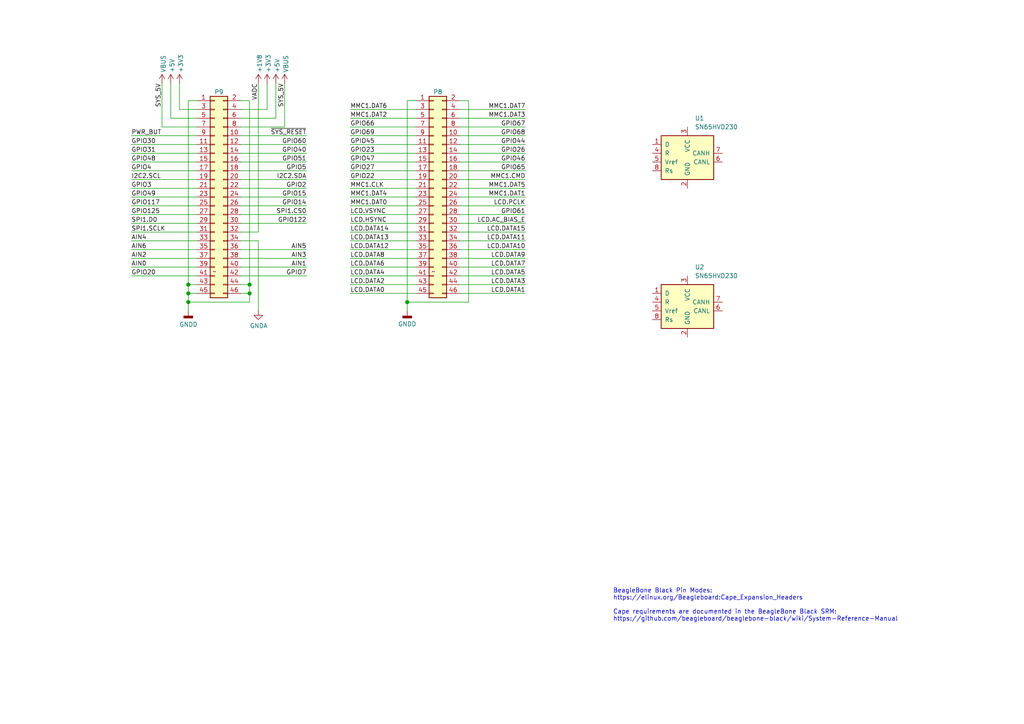
<source format=kicad_sch>
(kicad_sch
	(version 20250114)
	(generator "eeschema")
	(generator_version "9.0")
	(uuid "e63e39d7-6ac0-4ffd-8aa3-1841a4541b55")
	(paper "A4")
	(lib_symbols
		(symbol "Connector_Generic:Conn_02x23_Odd_Even"
			(pin_names
				(offset 1.016)
				(hide yes)
			)
			(exclude_from_sim no)
			(in_bom yes)
			(on_board yes)
			(property "Reference" "J"
				(at 1.27 30.48 0)
				(effects
					(font
						(size 1.27 1.27)
					)
				)
			)
			(property "Value" "Conn_02x23_Odd_Even"
				(at 1.27 -30.48 0)
				(effects
					(font
						(size 1.27 1.27)
					)
				)
			)
			(property "Footprint" ""
				(at 0 0 0)
				(effects
					(font
						(size 1.27 1.27)
					)
					(hide yes)
				)
			)
			(property "Datasheet" "~"
				(at 0 0 0)
				(effects
					(font
						(size 1.27 1.27)
					)
					(hide yes)
				)
			)
			(property "Description" "Generic connector, double row, 02x23, odd/even pin numbering scheme (row 1 odd numbers, row 2 even numbers), script generated (kicad-library-utils/schlib/autogen/connector/)"
				(at 0 0 0)
				(effects
					(font
						(size 1.27 1.27)
					)
					(hide yes)
				)
			)
			(property "ki_keywords" "connector"
				(at 0 0 0)
				(effects
					(font
						(size 1.27 1.27)
					)
					(hide yes)
				)
			)
			(property "ki_fp_filters" "Connector*:*_2x??_*"
				(at 0 0 0)
				(effects
					(font
						(size 1.27 1.27)
					)
					(hide yes)
				)
			)
			(symbol "Conn_02x23_Odd_Even_1_1"
				(rectangle
					(start -1.27 29.21)
					(end 3.81 -29.21)
					(stroke
						(width 0.254)
						(type default)
					)
					(fill
						(type background)
					)
				)
				(rectangle
					(start -1.27 28.067)
					(end 0 27.813)
					(stroke
						(width 0.1524)
						(type default)
					)
					(fill
						(type none)
					)
				)
				(rectangle
					(start -1.27 25.527)
					(end 0 25.273)
					(stroke
						(width 0.1524)
						(type default)
					)
					(fill
						(type none)
					)
				)
				(rectangle
					(start -1.27 22.987)
					(end 0 22.733)
					(stroke
						(width 0.1524)
						(type default)
					)
					(fill
						(type none)
					)
				)
				(rectangle
					(start -1.27 20.447)
					(end 0 20.193)
					(stroke
						(width 0.1524)
						(type default)
					)
					(fill
						(type none)
					)
				)
				(rectangle
					(start -1.27 17.907)
					(end 0 17.653)
					(stroke
						(width 0.1524)
						(type default)
					)
					(fill
						(type none)
					)
				)
				(rectangle
					(start -1.27 15.367)
					(end 0 15.113)
					(stroke
						(width 0.1524)
						(type default)
					)
					(fill
						(type none)
					)
				)
				(rectangle
					(start -1.27 12.827)
					(end 0 12.573)
					(stroke
						(width 0.1524)
						(type default)
					)
					(fill
						(type none)
					)
				)
				(rectangle
					(start -1.27 10.287)
					(end 0 10.033)
					(stroke
						(width 0.1524)
						(type default)
					)
					(fill
						(type none)
					)
				)
				(rectangle
					(start -1.27 7.747)
					(end 0 7.493)
					(stroke
						(width 0.1524)
						(type default)
					)
					(fill
						(type none)
					)
				)
				(rectangle
					(start -1.27 5.207)
					(end 0 4.953)
					(stroke
						(width 0.1524)
						(type default)
					)
					(fill
						(type none)
					)
				)
				(rectangle
					(start -1.27 2.667)
					(end 0 2.413)
					(stroke
						(width 0.1524)
						(type default)
					)
					(fill
						(type none)
					)
				)
				(rectangle
					(start -1.27 0.127)
					(end 0 -0.127)
					(stroke
						(width 0.1524)
						(type default)
					)
					(fill
						(type none)
					)
				)
				(rectangle
					(start -1.27 -2.413)
					(end 0 -2.667)
					(stroke
						(width 0.1524)
						(type default)
					)
					(fill
						(type none)
					)
				)
				(rectangle
					(start -1.27 -4.953)
					(end 0 -5.207)
					(stroke
						(width 0.1524)
						(type default)
					)
					(fill
						(type none)
					)
				)
				(rectangle
					(start -1.27 -7.493)
					(end 0 -7.747)
					(stroke
						(width 0.1524)
						(type default)
					)
					(fill
						(type none)
					)
				)
				(rectangle
					(start -1.27 -10.033)
					(end 0 -10.287)
					(stroke
						(width 0.1524)
						(type default)
					)
					(fill
						(type none)
					)
				)
				(rectangle
					(start -1.27 -12.573)
					(end 0 -12.827)
					(stroke
						(width 0.1524)
						(type default)
					)
					(fill
						(type none)
					)
				)
				(rectangle
					(start -1.27 -15.113)
					(end 0 -15.367)
					(stroke
						(width 0.1524)
						(type default)
					)
					(fill
						(type none)
					)
				)
				(rectangle
					(start -1.27 -17.653)
					(end 0 -17.907)
					(stroke
						(width 0.1524)
						(type default)
					)
					(fill
						(type none)
					)
				)
				(rectangle
					(start -1.27 -20.193)
					(end 0 -20.447)
					(stroke
						(width 0.1524)
						(type default)
					)
					(fill
						(type none)
					)
				)
				(rectangle
					(start -1.27 -22.733)
					(end 0 -22.987)
					(stroke
						(width 0.1524)
						(type default)
					)
					(fill
						(type none)
					)
				)
				(rectangle
					(start -1.27 -25.273)
					(end 0 -25.527)
					(stroke
						(width 0.1524)
						(type default)
					)
					(fill
						(type none)
					)
				)
				(rectangle
					(start -1.27 -27.813)
					(end 0 -28.067)
					(stroke
						(width 0.1524)
						(type default)
					)
					(fill
						(type none)
					)
				)
				(rectangle
					(start 3.81 28.067)
					(end 2.54 27.813)
					(stroke
						(width 0.1524)
						(type default)
					)
					(fill
						(type none)
					)
				)
				(rectangle
					(start 3.81 25.527)
					(end 2.54 25.273)
					(stroke
						(width 0.1524)
						(type default)
					)
					(fill
						(type none)
					)
				)
				(rectangle
					(start 3.81 22.987)
					(end 2.54 22.733)
					(stroke
						(width 0.1524)
						(type default)
					)
					(fill
						(type none)
					)
				)
				(rectangle
					(start 3.81 20.447)
					(end 2.54 20.193)
					(stroke
						(width 0.1524)
						(type default)
					)
					(fill
						(type none)
					)
				)
				(rectangle
					(start 3.81 17.907)
					(end 2.54 17.653)
					(stroke
						(width 0.1524)
						(type default)
					)
					(fill
						(type none)
					)
				)
				(rectangle
					(start 3.81 15.367)
					(end 2.54 15.113)
					(stroke
						(width 0.1524)
						(type default)
					)
					(fill
						(type none)
					)
				)
				(rectangle
					(start 3.81 12.827)
					(end 2.54 12.573)
					(stroke
						(width 0.1524)
						(type default)
					)
					(fill
						(type none)
					)
				)
				(rectangle
					(start 3.81 10.287)
					(end 2.54 10.033)
					(stroke
						(width 0.1524)
						(type default)
					)
					(fill
						(type none)
					)
				)
				(rectangle
					(start 3.81 7.747)
					(end 2.54 7.493)
					(stroke
						(width 0.1524)
						(type default)
					)
					(fill
						(type none)
					)
				)
				(rectangle
					(start 3.81 5.207)
					(end 2.54 4.953)
					(stroke
						(width 0.1524)
						(type default)
					)
					(fill
						(type none)
					)
				)
				(rectangle
					(start 3.81 2.667)
					(end 2.54 2.413)
					(stroke
						(width 0.1524)
						(type default)
					)
					(fill
						(type none)
					)
				)
				(rectangle
					(start 3.81 0.127)
					(end 2.54 -0.127)
					(stroke
						(width 0.1524)
						(type default)
					)
					(fill
						(type none)
					)
				)
				(rectangle
					(start 3.81 -2.413)
					(end 2.54 -2.667)
					(stroke
						(width 0.1524)
						(type default)
					)
					(fill
						(type none)
					)
				)
				(rectangle
					(start 3.81 -4.953)
					(end 2.54 -5.207)
					(stroke
						(width 0.1524)
						(type default)
					)
					(fill
						(type none)
					)
				)
				(rectangle
					(start 3.81 -7.493)
					(end 2.54 -7.747)
					(stroke
						(width 0.1524)
						(type default)
					)
					(fill
						(type none)
					)
				)
				(rectangle
					(start 3.81 -10.033)
					(end 2.54 -10.287)
					(stroke
						(width 0.1524)
						(type default)
					)
					(fill
						(type none)
					)
				)
				(rectangle
					(start 3.81 -12.573)
					(end 2.54 -12.827)
					(stroke
						(width 0.1524)
						(type default)
					)
					(fill
						(type none)
					)
				)
				(rectangle
					(start 3.81 -15.113)
					(end 2.54 -15.367)
					(stroke
						(width 0.1524)
						(type default)
					)
					(fill
						(type none)
					)
				)
				(rectangle
					(start 3.81 -17.653)
					(end 2.54 -17.907)
					(stroke
						(width 0.1524)
						(type default)
					)
					(fill
						(type none)
					)
				)
				(rectangle
					(start 3.81 -20.193)
					(end 2.54 -20.447)
					(stroke
						(width 0.1524)
						(type default)
					)
					(fill
						(type none)
					)
				)
				(rectangle
					(start 3.81 -22.733)
					(end 2.54 -22.987)
					(stroke
						(width 0.1524)
						(type default)
					)
					(fill
						(type none)
					)
				)
				(rectangle
					(start 3.81 -25.273)
					(end 2.54 -25.527)
					(stroke
						(width 0.1524)
						(type default)
					)
					(fill
						(type none)
					)
				)
				(rectangle
					(start 3.81 -27.813)
					(end 2.54 -28.067)
					(stroke
						(width 0.1524)
						(type default)
					)
					(fill
						(type none)
					)
				)
				(pin passive line
					(at -5.08 27.94 0)
					(length 3.81)
					(name "Pin_1"
						(effects
							(font
								(size 1.27 1.27)
							)
						)
					)
					(number "1"
						(effects
							(font
								(size 1.27 1.27)
							)
						)
					)
				)
				(pin passive line
					(at -5.08 25.4 0)
					(length 3.81)
					(name "Pin_3"
						(effects
							(font
								(size 1.27 1.27)
							)
						)
					)
					(number "3"
						(effects
							(font
								(size 1.27 1.27)
							)
						)
					)
				)
				(pin passive line
					(at -5.08 22.86 0)
					(length 3.81)
					(name "Pin_5"
						(effects
							(font
								(size 1.27 1.27)
							)
						)
					)
					(number "5"
						(effects
							(font
								(size 1.27 1.27)
							)
						)
					)
				)
				(pin passive line
					(at -5.08 20.32 0)
					(length 3.81)
					(name "Pin_7"
						(effects
							(font
								(size 1.27 1.27)
							)
						)
					)
					(number "7"
						(effects
							(font
								(size 1.27 1.27)
							)
						)
					)
				)
				(pin passive line
					(at -5.08 17.78 0)
					(length 3.81)
					(name "Pin_9"
						(effects
							(font
								(size 1.27 1.27)
							)
						)
					)
					(number "9"
						(effects
							(font
								(size 1.27 1.27)
							)
						)
					)
				)
				(pin passive line
					(at -5.08 15.24 0)
					(length 3.81)
					(name "Pin_11"
						(effects
							(font
								(size 1.27 1.27)
							)
						)
					)
					(number "11"
						(effects
							(font
								(size 1.27 1.27)
							)
						)
					)
				)
				(pin passive line
					(at -5.08 12.7 0)
					(length 3.81)
					(name "Pin_13"
						(effects
							(font
								(size 1.27 1.27)
							)
						)
					)
					(number "13"
						(effects
							(font
								(size 1.27 1.27)
							)
						)
					)
				)
				(pin passive line
					(at -5.08 10.16 0)
					(length 3.81)
					(name "Pin_15"
						(effects
							(font
								(size 1.27 1.27)
							)
						)
					)
					(number "15"
						(effects
							(font
								(size 1.27 1.27)
							)
						)
					)
				)
				(pin passive line
					(at -5.08 7.62 0)
					(length 3.81)
					(name "Pin_17"
						(effects
							(font
								(size 1.27 1.27)
							)
						)
					)
					(number "17"
						(effects
							(font
								(size 1.27 1.27)
							)
						)
					)
				)
				(pin passive line
					(at -5.08 5.08 0)
					(length 3.81)
					(name "Pin_19"
						(effects
							(font
								(size 1.27 1.27)
							)
						)
					)
					(number "19"
						(effects
							(font
								(size 1.27 1.27)
							)
						)
					)
				)
				(pin passive line
					(at -5.08 2.54 0)
					(length 3.81)
					(name "Pin_21"
						(effects
							(font
								(size 1.27 1.27)
							)
						)
					)
					(number "21"
						(effects
							(font
								(size 1.27 1.27)
							)
						)
					)
				)
				(pin passive line
					(at -5.08 0 0)
					(length 3.81)
					(name "Pin_23"
						(effects
							(font
								(size 1.27 1.27)
							)
						)
					)
					(number "23"
						(effects
							(font
								(size 1.27 1.27)
							)
						)
					)
				)
				(pin passive line
					(at -5.08 -2.54 0)
					(length 3.81)
					(name "Pin_25"
						(effects
							(font
								(size 1.27 1.27)
							)
						)
					)
					(number "25"
						(effects
							(font
								(size 1.27 1.27)
							)
						)
					)
				)
				(pin passive line
					(at -5.08 -5.08 0)
					(length 3.81)
					(name "Pin_27"
						(effects
							(font
								(size 1.27 1.27)
							)
						)
					)
					(number "27"
						(effects
							(font
								(size 1.27 1.27)
							)
						)
					)
				)
				(pin passive line
					(at -5.08 -7.62 0)
					(length 3.81)
					(name "Pin_29"
						(effects
							(font
								(size 1.27 1.27)
							)
						)
					)
					(number "29"
						(effects
							(font
								(size 1.27 1.27)
							)
						)
					)
				)
				(pin passive line
					(at -5.08 -10.16 0)
					(length 3.81)
					(name "Pin_31"
						(effects
							(font
								(size 1.27 1.27)
							)
						)
					)
					(number "31"
						(effects
							(font
								(size 1.27 1.27)
							)
						)
					)
				)
				(pin passive line
					(at -5.08 -12.7 0)
					(length 3.81)
					(name "Pin_33"
						(effects
							(font
								(size 1.27 1.27)
							)
						)
					)
					(number "33"
						(effects
							(font
								(size 1.27 1.27)
							)
						)
					)
				)
				(pin passive line
					(at -5.08 -15.24 0)
					(length 3.81)
					(name "Pin_35"
						(effects
							(font
								(size 1.27 1.27)
							)
						)
					)
					(number "35"
						(effects
							(font
								(size 1.27 1.27)
							)
						)
					)
				)
				(pin passive line
					(at -5.08 -17.78 0)
					(length 3.81)
					(name "Pin_37"
						(effects
							(font
								(size 1.27 1.27)
							)
						)
					)
					(number "37"
						(effects
							(font
								(size 1.27 1.27)
							)
						)
					)
				)
				(pin passive line
					(at -5.08 -20.32 0)
					(length 3.81)
					(name "Pin_39"
						(effects
							(font
								(size 1.27 1.27)
							)
						)
					)
					(number "39"
						(effects
							(font
								(size 1.27 1.27)
							)
						)
					)
				)
				(pin passive line
					(at -5.08 -22.86 0)
					(length 3.81)
					(name "Pin_41"
						(effects
							(font
								(size 1.27 1.27)
							)
						)
					)
					(number "41"
						(effects
							(font
								(size 1.27 1.27)
							)
						)
					)
				)
				(pin passive line
					(at -5.08 -25.4 0)
					(length 3.81)
					(name "Pin_43"
						(effects
							(font
								(size 1.27 1.27)
							)
						)
					)
					(number "43"
						(effects
							(font
								(size 1.27 1.27)
							)
						)
					)
				)
				(pin passive line
					(at -5.08 -27.94 0)
					(length 3.81)
					(name "Pin_45"
						(effects
							(font
								(size 1.27 1.27)
							)
						)
					)
					(number "45"
						(effects
							(font
								(size 1.27 1.27)
							)
						)
					)
				)
				(pin passive line
					(at 7.62 27.94 180)
					(length 3.81)
					(name "Pin_2"
						(effects
							(font
								(size 1.27 1.27)
							)
						)
					)
					(number "2"
						(effects
							(font
								(size 1.27 1.27)
							)
						)
					)
				)
				(pin passive line
					(at 7.62 25.4 180)
					(length 3.81)
					(name "Pin_4"
						(effects
							(font
								(size 1.27 1.27)
							)
						)
					)
					(number "4"
						(effects
							(font
								(size 1.27 1.27)
							)
						)
					)
				)
				(pin passive line
					(at 7.62 22.86 180)
					(length 3.81)
					(name "Pin_6"
						(effects
							(font
								(size 1.27 1.27)
							)
						)
					)
					(number "6"
						(effects
							(font
								(size 1.27 1.27)
							)
						)
					)
				)
				(pin passive line
					(at 7.62 20.32 180)
					(length 3.81)
					(name "Pin_8"
						(effects
							(font
								(size 1.27 1.27)
							)
						)
					)
					(number "8"
						(effects
							(font
								(size 1.27 1.27)
							)
						)
					)
				)
				(pin passive line
					(at 7.62 17.78 180)
					(length 3.81)
					(name "Pin_10"
						(effects
							(font
								(size 1.27 1.27)
							)
						)
					)
					(number "10"
						(effects
							(font
								(size 1.27 1.27)
							)
						)
					)
				)
				(pin passive line
					(at 7.62 15.24 180)
					(length 3.81)
					(name "Pin_12"
						(effects
							(font
								(size 1.27 1.27)
							)
						)
					)
					(number "12"
						(effects
							(font
								(size 1.27 1.27)
							)
						)
					)
				)
				(pin passive line
					(at 7.62 12.7 180)
					(length 3.81)
					(name "Pin_14"
						(effects
							(font
								(size 1.27 1.27)
							)
						)
					)
					(number "14"
						(effects
							(font
								(size 1.27 1.27)
							)
						)
					)
				)
				(pin passive line
					(at 7.62 10.16 180)
					(length 3.81)
					(name "Pin_16"
						(effects
							(font
								(size 1.27 1.27)
							)
						)
					)
					(number "16"
						(effects
							(font
								(size 1.27 1.27)
							)
						)
					)
				)
				(pin passive line
					(at 7.62 7.62 180)
					(length 3.81)
					(name "Pin_18"
						(effects
							(font
								(size 1.27 1.27)
							)
						)
					)
					(number "18"
						(effects
							(font
								(size 1.27 1.27)
							)
						)
					)
				)
				(pin passive line
					(at 7.62 5.08 180)
					(length 3.81)
					(name "Pin_20"
						(effects
							(font
								(size 1.27 1.27)
							)
						)
					)
					(number "20"
						(effects
							(font
								(size 1.27 1.27)
							)
						)
					)
				)
				(pin passive line
					(at 7.62 2.54 180)
					(length 3.81)
					(name "Pin_22"
						(effects
							(font
								(size 1.27 1.27)
							)
						)
					)
					(number "22"
						(effects
							(font
								(size 1.27 1.27)
							)
						)
					)
				)
				(pin passive line
					(at 7.62 0 180)
					(length 3.81)
					(name "Pin_24"
						(effects
							(font
								(size 1.27 1.27)
							)
						)
					)
					(number "24"
						(effects
							(font
								(size 1.27 1.27)
							)
						)
					)
				)
				(pin passive line
					(at 7.62 -2.54 180)
					(length 3.81)
					(name "Pin_26"
						(effects
							(font
								(size 1.27 1.27)
							)
						)
					)
					(number "26"
						(effects
							(font
								(size 1.27 1.27)
							)
						)
					)
				)
				(pin passive line
					(at 7.62 -5.08 180)
					(length 3.81)
					(name "Pin_28"
						(effects
							(font
								(size 1.27 1.27)
							)
						)
					)
					(number "28"
						(effects
							(font
								(size 1.27 1.27)
							)
						)
					)
				)
				(pin passive line
					(at 7.62 -7.62 180)
					(length 3.81)
					(name "Pin_30"
						(effects
							(font
								(size 1.27 1.27)
							)
						)
					)
					(number "30"
						(effects
							(font
								(size 1.27 1.27)
							)
						)
					)
				)
				(pin passive line
					(at 7.62 -10.16 180)
					(length 3.81)
					(name "Pin_32"
						(effects
							(font
								(size 1.27 1.27)
							)
						)
					)
					(number "32"
						(effects
							(font
								(size 1.27 1.27)
							)
						)
					)
				)
				(pin passive line
					(at 7.62 -12.7 180)
					(length 3.81)
					(name "Pin_34"
						(effects
							(font
								(size 1.27 1.27)
							)
						)
					)
					(number "34"
						(effects
							(font
								(size 1.27 1.27)
							)
						)
					)
				)
				(pin passive line
					(at 7.62 -15.24 180)
					(length 3.81)
					(name "Pin_36"
						(effects
							(font
								(size 1.27 1.27)
							)
						)
					)
					(number "36"
						(effects
							(font
								(size 1.27 1.27)
							)
						)
					)
				)
				(pin passive line
					(at 7.62 -17.78 180)
					(length 3.81)
					(name "Pin_38"
						(effects
							(font
								(size 1.27 1.27)
							)
						)
					)
					(number "38"
						(effects
							(font
								(size 1.27 1.27)
							)
						)
					)
				)
				(pin passive line
					(at 7.62 -20.32 180)
					(length 3.81)
					(name "Pin_40"
						(effects
							(font
								(size 1.27 1.27)
							)
						)
					)
					(number "40"
						(effects
							(font
								(size 1.27 1.27)
							)
						)
					)
				)
				(pin passive line
					(at 7.62 -22.86 180)
					(length 3.81)
					(name "Pin_42"
						(effects
							(font
								(size 1.27 1.27)
							)
						)
					)
					(number "42"
						(effects
							(font
								(size 1.27 1.27)
							)
						)
					)
				)
				(pin passive line
					(at 7.62 -25.4 180)
					(length 3.81)
					(name "Pin_44"
						(effects
							(font
								(size 1.27 1.27)
							)
						)
					)
					(number "44"
						(effects
							(font
								(size 1.27 1.27)
							)
						)
					)
				)
				(pin passive line
					(at 7.62 -27.94 180)
					(length 3.81)
					(name "Pin_46"
						(effects
							(font
								(size 1.27 1.27)
							)
						)
					)
					(number "46"
						(effects
							(font
								(size 1.27 1.27)
							)
						)
					)
				)
			)
			(embedded_fonts no)
		)
		(symbol "Interface_CAN_LIN:SN65HVD230"
			(pin_names
				(offset 1.016)
			)
			(exclude_from_sim no)
			(in_bom yes)
			(on_board yes)
			(property "Reference" "U"
				(at -2.54 10.16 0)
				(effects
					(font
						(size 1.27 1.27)
					)
					(justify right)
				)
			)
			(property "Value" "SN65HVD230"
				(at -2.54 7.62 0)
				(effects
					(font
						(size 1.27 1.27)
					)
					(justify right)
				)
			)
			(property "Footprint" "Package_SO:SOIC-8_3.9x4.9mm_P1.27mm"
				(at 0 -12.7 0)
				(effects
					(font
						(size 1.27 1.27)
					)
					(hide yes)
				)
			)
			(property "Datasheet" "http://www.ti.com/lit/ds/symlink/sn65hvd230.pdf"
				(at -2.54 10.16 0)
				(effects
					(font
						(size 1.27 1.27)
					)
					(hide yes)
				)
			)
			(property "Description" "CAN Bus Transceivers, 3.3V, 1Mbps, Low-Power capabilities, SOIC-8"
				(at 0 0 0)
				(effects
					(font
						(size 1.27 1.27)
					)
					(hide yes)
				)
			)
			(property "ki_keywords" "can transeiver ti low-power"
				(at 0 0 0)
				(effects
					(font
						(size 1.27 1.27)
					)
					(hide yes)
				)
			)
			(property "ki_fp_filters" "SOIC*3.9x4.9mm*P1.27mm*"
				(at 0 0 0)
				(effects
					(font
						(size 1.27 1.27)
					)
					(hide yes)
				)
			)
			(symbol "SN65HVD230_0_1"
				(rectangle
					(start -7.62 5.08)
					(end 7.62 -7.62)
					(stroke
						(width 0.254)
						(type default)
					)
					(fill
						(type background)
					)
				)
			)
			(symbol "SN65HVD230_1_1"
				(pin input line
					(at -10.16 2.54 0)
					(length 2.54)
					(name "D"
						(effects
							(font
								(size 1.27 1.27)
							)
						)
					)
					(number "1"
						(effects
							(font
								(size 1.27 1.27)
							)
						)
					)
				)
				(pin output line
					(at -10.16 0 0)
					(length 2.54)
					(name "R"
						(effects
							(font
								(size 1.27 1.27)
							)
						)
					)
					(number "4"
						(effects
							(font
								(size 1.27 1.27)
							)
						)
					)
				)
				(pin output line
					(at -10.16 -2.54 0)
					(length 2.54)
					(name "Vref"
						(effects
							(font
								(size 1.27 1.27)
							)
						)
					)
					(number "5"
						(effects
							(font
								(size 1.27 1.27)
							)
						)
					)
				)
				(pin input line
					(at -10.16 -5.08 0)
					(length 2.54)
					(name "Rs"
						(effects
							(font
								(size 1.27 1.27)
							)
						)
					)
					(number "8"
						(effects
							(font
								(size 1.27 1.27)
							)
						)
					)
				)
				(pin power_in line
					(at 0 7.62 270)
					(length 2.54)
					(name "VCC"
						(effects
							(font
								(size 1.27 1.27)
							)
						)
					)
					(number "3"
						(effects
							(font
								(size 1.27 1.27)
							)
						)
					)
				)
				(pin power_in line
					(at 0 -10.16 90)
					(length 2.54)
					(name "GND"
						(effects
							(font
								(size 1.27 1.27)
							)
						)
					)
					(number "2"
						(effects
							(font
								(size 1.27 1.27)
							)
						)
					)
				)
				(pin bidirectional line
					(at 10.16 0 180)
					(length 2.54)
					(name "CANH"
						(effects
							(font
								(size 1.27 1.27)
							)
						)
					)
					(number "7"
						(effects
							(font
								(size 1.27 1.27)
							)
						)
					)
				)
				(pin bidirectional line
					(at 10.16 -2.54 180)
					(length 2.54)
					(name "CANL"
						(effects
							(font
								(size 1.27 1.27)
							)
						)
					)
					(number "6"
						(effects
							(font
								(size 1.27 1.27)
							)
						)
					)
				)
			)
			(embedded_fonts no)
		)
		(symbol "power:+1V8"
			(power)
			(pin_numbers
				(hide yes)
			)
			(pin_names
				(offset 0)
				(hide yes)
			)
			(exclude_from_sim no)
			(in_bom yes)
			(on_board yes)
			(property "Reference" "#PWR"
				(at 0 -3.81 0)
				(effects
					(font
						(size 1.27 1.27)
					)
					(hide yes)
				)
			)
			(property "Value" "+1V8"
				(at 0 3.556 0)
				(effects
					(font
						(size 1.27 1.27)
					)
				)
			)
			(property "Footprint" ""
				(at 0 0 0)
				(effects
					(font
						(size 1.27 1.27)
					)
					(hide yes)
				)
			)
			(property "Datasheet" ""
				(at 0 0 0)
				(effects
					(font
						(size 1.27 1.27)
					)
					(hide yes)
				)
			)
			(property "Description" "Power symbol creates a global label with name \"+1V8\""
				(at 0 0 0)
				(effects
					(font
						(size 1.27 1.27)
					)
					(hide yes)
				)
			)
			(property "ki_keywords" "global power"
				(at 0 0 0)
				(effects
					(font
						(size 1.27 1.27)
					)
					(hide yes)
				)
			)
			(symbol "+1V8_0_1"
				(polyline
					(pts
						(xy -0.762 1.27) (xy 0 2.54)
					)
					(stroke
						(width 0)
						(type default)
					)
					(fill
						(type none)
					)
				)
				(polyline
					(pts
						(xy 0 2.54) (xy 0.762 1.27)
					)
					(stroke
						(width 0)
						(type default)
					)
					(fill
						(type none)
					)
				)
				(polyline
					(pts
						(xy 0 0) (xy 0 2.54)
					)
					(stroke
						(width 0)
						(type default)
					)
					(fill
						(type none)
					)
				)
			)
			(symbol "+1V8_1_1"
				(pin power_in line
					(at 0 0 90)
					(length 0)
					(name "~"
						(effects
							(font
								(size 1.27 1.27)
							)
						)
					)
					(number "1"
						(effects
							(font
								(size 1.27 1.27)
							)
						)
					)
				)
			)
			(embedded_fonts no)
		)
		(symbol "power:+3.3V"
			(power)
			(pin_numbers
				(hide yes)
			)
			(pin_names
				(offset 0)
				(hide yes)
			)
			(exclude_from_sim no)
			(in_bom yes)
			(on_board yes)
			(property "Reference" "#PWR"
				(at 0 -3.81 0)
				(effects
					(font
						(size 1.27 1.27)
					)
					(hide yes)
				)
			)
			(property "Value" "+3.3V"
				(at 0 3.556 0)
				(effects
					(font
						(size 1.27 1.27)
					)
				)
			)
			(property "Footprint" ""
				(at 0 0 0)
				(effects
					(font
						(size 1.27 1.27)
					)
					(hide yes)
				)
			)
			(property "Datasheet" ""
				(at 0 0 0)
				(effects
					(font
						(size 1.27 1.27)
					)
					(hide yes)
				)
			)
			(property "Description" "Power symbol creates a global label with name \"+3.3V\""
				(at 0 0 0)
				(effects
					(font
						(size 1.27 1.27)
					)
					(hide yes)
				)
			)
			(property "ki_keywords" "global power"
				(at 0 0 0)
				(effects
					(font
						(size 1.27 1.27)
					)
					(hide yes)
				)
			)
			(symbol "+3.3V_0_1"
				(polyline
					(pts
						(xy -0.762 1.27) (xy 0 2.54)
					)
					(stroke
						(width 0)
						(type default)
					)
					(fill
						(type none)
					)
				)
				(polyline
					(pts
						(xy 0 2.54) (xy 0.762 1.27)
					)
					(stroke
						(width 0)
						(type default)
					)
					(fill
						(type none)
					)
				)
				(polyline
					(pts
						(xy 0 0) (xy 0 2.54)
					)
					(stroke
						(width 0)
						(type default)
					)
					(fill
						(type none)
					)
				)
			)
			(symbol "+3.3V_1_1"
				(pin power_in line
					(at 0 0 90)
					(length 0)
					(name "~"
						(effects
							(font
								(size 1.27 1.27)
							)
						)
					)
					(number "1"
						(effects
							(font
								(size 1.27 1.27)
							)
						)
					)
				)
			)
			(embedded_fonts no)
		)
		(symbol "power:+5V"
			(power)
			(pin_numbers
				(hide yes)
			)
			(pin_names
				(offset 0)
				(hide yes)
			)
			(exclude_from_sim no)
			(in_bom yes)
			(on_board yes)
			(property "Reference" "#PWR"
				(at 0 -3.81 0)
				(effects
					(font
						(size 1.27 1.27)
					)
					(hide yes)
				)
			)
			(property "Value" "+5V"
				(at 0 3.556 0)
				(effects
					(font
						(size 1.27 1.27)
					)
				)
			)
			(property "Footprint" ""
				(at 0 0 0)
				(effects
					(font
						(size 1.27 1.27)
					)
					(hide yes)
				)
			)
			(property "Datasheet" ""
				(at 0 0 0)
				(effects
					(font
						(size 1.27 1.27)
					)
					(hide yes)
				)
			)
			(property "Description" "Power symbol creates a global label with name \"+5V\""
				(at 0 0 0)
				(effects
					(font
						(size 1.27 1.27)
					)
					(hide yes)
				)
			)
			(property "ki_keywords" "global power"
				(at 0 0 0)
				(effects
					(font
						(size 1.27 1.27)
					)
					(hide yes)
				)
			)
			(symbol "+5V_0_1"
				(polyline
					(pts
						(xy -0.762 1.27) (xy 0 2.54)
					)
					(stroke
						(width 0)
						(type default)
					)
					(fill
						(type none)
					)
				)
				(polyline
					(pts
						(xy 0 2.54) (xy 0.762 1.27)
					)
					(stroke
						(width 0)
						(type default)
					)
					(fill
						(type none)
					)
				)
				(polyline
					(pts
						(xy 0 0) (xy 0 2.54)
					)
					(stroke
						(width 0)
						(type default)
					)
					(fill
						(type none)
					)
				)
			)
			(symbol "+5V_1_1"
				(pin power_in line
					(at 0 0 90)
					(length 0)
					(name "~"
						(effects
							(font
								(size 1.27 1.27)
							)
						)
					)
					(number "1"
						(effects
							(font
								(size 1.27 1.27)
							)
						)
					)
				)
			)
			(embedded_fonts no)
		)
		(symbol "power:GNDA"
			(power)
			(pin_numbers
				(hide yes)
			)
			(pin_names
				(offset 0)
				(hide yes)
			)
			(exclude_from_sim no)
			(in_bom yes)
			(on_board yes)
			(property "Reference" "#PWR"
				(at 0 -6.35 0)
				(effects
					(font
						(size 1.27 1.27)
					)
					(hide yes)
				)
			)
			(property "Value" "GNDA"
				(at 0 -3.81 0)
				(effects
					(font
						(size 1.27 1.27)
					)
				)
			)
			(property "Footprint" ""
				(at 0 0 0)
				(effects
					(font
						(size 1.27 1.27)
					)
					(hide yes)
				)
			)
			(property "Datasheet" ""
				(at 0 0 0)
				(effects
					(font
						(size 1.27 1.27)
					)
					(hide yes)
				)
			)
			(property "Description" "Power symbol creates a global label with name \"GNDA\" , analog ground"
				(at 0 0 0)
				(effects
					(font
						(size 1.27 1.27)
					)
					(hide yes)
				)
			)
			(property "ki_keywords" "global power"
				(at 0 0 0)
				(effects
					(font
						(size 1.27 1.27)
					)
					(hide yes)
				)
			)
			(symbol "GNDA_0_1"
				(polyline
					(pts
						(xy 0 0) (xy 0 -1.27) (xy 1.27 -1.27) (xy 0 -2.54) (xy -1.27 -1.27) (xy 0 -1.27)
					)
					(stroke
						(width 0)
						(type default)
					)
					(fill
						(type none)
					)
				)
			)
			(symbol "GNDA_1_1"
				(pin power_in line
					(at 0 0 270)
					(length 0)
					(name "~"
						(effects
							(font
								(size 1.27 1.27)
							)
						)
					)
					(number "1"
						(effects
							(font
								(size 1.27 1.27)
							)
						)
					)
				)
			)
			(embedded_fonts no)
		)
		(symbol "power:GNDD"
			(power)
			(pin_numbers
				(hide yes)
			)
			(pin_names
				(offset 0)
				(hide yes)
			)
			(exclude_from_sim no)
			(in_bom yes)
			(on_board yes)
			(property "Reference" "#PWR"
				(at 0 -6.35 0)
				(effects
					(font
						(size 1.27 1.27)
					)
					(hide yes)
				)
			)
			(property "Value" "GNDD"
				(at 0 -3.175 0)
				(effects
					(font
						(size 1.27 1.27)
					)
				)
			)
			(property "Footprint" ""
				(at 0 0 0)
				(effects
					(font
						(size 1.27 1.27)
					)
					(hide yes)
				)
			)
			(property "Datasheet" ""
				(at 0 0 0)
				(effects
					(font
						(size 1.27 1.27)
					)
					(hide yes)
				)
			)
			(property "Description" "Power symbol creates a global label with name \"GNDD\" , digital ground"
				(at 0 0 0)
				(effects
					(font
						(size 1.27 1.27)
					)
					(hide yes)
				)
			)
			(property "ki_keywords" "global power"
				(at 0 0 0)
				(effects
					(font
						(size 1.27 1.27)
					)
					(hide yes)
				)
			)
			(symbol "GNDD_0_1"
				(rectangle
					(start -1.27 -1.524)
					(end 1.27 -2.032)
					(stroke
						(width 0.254)
						(type default)
					)
					(fill
						(type outline)
					)
				)
				(polyline
					(pts
						(xy 0 0) (xy 0 -1.524)
					)
					(stroke
						(width 0)
						(type default)
					)
					(fill
						(type none)
					)
				)
			)
			(symbol "GNDD_1_1"
				(pin power_in line
					(at 0 0 270)
					(length 0)
					(name "~"
						(effects
							(font
								(size 1.27 1.27)
							)
						)
					)
					(number "1"
						(effects
							(font
								(size 1.27 1.27)
							)
						)
					)
				)
			)
			(embedded_fonts no)
		)
		(symbol "power:VBUS"
			(power)
			(pin_numbers
				(hide yes)
			)
			(pin_names
				(offset 0)
				(hide yes)
			)
			(exclude_from_sim no)
			(in_bom yes)
			(on_board yes)
			(property "Reference" "#PWR"
				(at 0 -3.81 0)
				(effects
					(font
						(size 1.27 1.27)
					)
					(hide yes)
				)
			)
			(property "Value" "VBUS"
				(at 0 3.556 0)
				(effects
					(font
						(size 1.27 1.27)
					)
				)
			)
			(property "Footprint" ""
				(at 0 0 0)
				(effects
					(font
						(size 1.27 1.27)
					)
					(hide yes)
				)
			)
			(property "Datasheet" ""
				(at 0 0 0)
				(effects
					(font
						(size 1.27 1.27)
					)
					(hide yes)
				)
			)
			(property "Description" "Power symbol creates a global label with name \"VBUS\""
				(at 0 0 0)
				(effects
					(font
						(size 1.27 1.27)
					)
					(hide yes)
				)
			)
			(property "ki_keywords" "global power"
				(at 0 0 0)
				(effects
					(font
						(size 1.27 1.27)
					)
					(hide yes)
				)
			)
			(symbol "VBUS_0_1"
				(polyline
					(pts
						(xy -0.762 1.27) (xy 0 2.54)
					)
					(stroke
						(width 0)
						(type default)
					)
					(fill
						(type none)
					)
				)
				(polyline
					(pts
						(xy 0 2.54) (xy 0.762 1.27)
					)
					(stroke
						(width 0)
						(type default)
					)
					(fill
						(type none)
					)
				)
				(polyline
					(pts
						(xy 0 0) (xy 0 2.54)
					)
					(stroke
						(width 0)
						(type default)
					)
					(fill
						(type none)
					)
				)
			)
			(symbol "VBUS_1_1"
				(pin power_in line
					(at 0 0 90)
					(length 0)
					(name "~"
						(effects
							(font
								(size 1.27 1.27)
							)
						)
					)
					(number "1"
						(effects
							(font
								(size 1.27 1.27)
							)
						)
					)
				)
			)
			(embedded_fonts no)
		)
	)
	(text "BeagleBone Black Pin Modes:\nhttps://elinux.org/Beagleboard:Cape_Expansion_Headers\n\nCape requirements are documented in the BeagleBone Black SRM:\nhttps://github.com/beagleboard/beaglebone-black/wiki/System-Reference-Manual"
		(exclude_from_sim no)
		(at 177.8 180.34 0)
		(effects
			(font
				(size 1.27 1.27)
			)
			(justify left bottom)
		)
		(uuid "13cfaebb-2822-4533-b59c-64f4a8653fac")
	)
	(junction
		(at 54.61 85.09)
		(diameter 1.016)
		(color 0 0 0 0)
		(uuid "2f215f15-3d52-4c91-93e6-3ea03a95622f")
	)
	(junction
		(at 118.11 87.63)
		(diameter 1.016)
		(color 0 0 0 0)
		(uuid "45008225-f50f-4d6b-b508-6730a9408caf")
	)
	(junction
		(at 54.61 82.55)
		(diameter 1.016)
		(color 0 0 0 0)
		(uuid "61fe293f-6808-4b7f-9340-9aaac7054a97")
	)
	(junction
		(at 72.39 85.09)
		(diameter 1.016)
		(color 0 0 0 0)
		(uuid "6bfe5804-2ef9-4c65-b2a7-f01e4014370a")
	)
	(junction
		(at 54.61 87.63)
		(diameter 1.016)
		(color 0 0 0 0)
		(uuid "8da933a9-35f8-42e6-8504-d1bab7264306")
	)
	(junction
		(at 72.39 82.55)
		(diameter 1.016)
		(color 0 0 0 0)
		(uuid "c0eca5ed-bc5e-4618-9bcd-80945bea41ed")
	)
	(wire
		(pts
			(xy 38.1 64.77) (xy 57.15 64.77)
		)
		(stroke
			(width 0)
			(type solid)
		)
		(uuid "0076b710-0dbc-4833-919a-2a55ac71f2fb")
	)
	(wire
		(pts
			(xy 133.35 59.69) (xy 152.4 59.69)
		)
		(stroke
			(width 0)
			(type solid)
		)
		(uuid "0764365f-6dd9-47c9-a73a-b208a53bfd57")
	)
	(wire
		(pts
			(xy 69.85 64.77) (xy 88.9 64.77)
		)
		(stroke
			(width 0)
			(type solid)
		)
		(uuid "08254701-3119-407c-a4ca-b4c999cba6aa")
	)
	(wire
		(pts
			(xy 57.15 34.29) (xy 49.53 34.29)
		)
		(stroke
			(width 0)
			(type solid)
		)
		(uuid "09c6d31c-6921-4ada-9a7a-6ce320949c12")
	)
	(wire
		(pts
			(xy 74.93 69.85) (xy 74.93 90.17)
		)
		(stroke
			(width 0)
			(type solid)
		)
		(uuid "0b54dc65-c319-4f98-a5bf-0fc0746e8144")
	)
	(wire
		(pts
			(xy 133.35 54.61) (xy 152.4 54.61)
		)
		(stroke
			(width 0)
			(type solid)
		)
		(uuid "0bb7388e-7393-44ac-8bf7-26879bf41501")
	)
	(wire
		(pts
			(xy 133.35 64.77) (xy 152.4 64.77)
		)
		(stroke
			(width 0)
			(type solid)
		)
		(uuid "0dbfcdd4-9992-41c3-b186-d0f090355e42")
	)
	(wire
		(pts
			(xy 57.15 36.83) (xy 46.99 36.83)
		)
		(stroke
			(width 0)
			(type solid)
		)
		(uuid "0f3b00e1-fc99-4687-a350-7272a0c19f46")
	)
	(wire
		(pts
			(xy 54.61 82.55) (xy 57.15 82.55)
		)
		(stroke
			(width 0)
			(type solid)
		)
		(uuid "10fa2751-b171-4188-9368-e39561aa0c2e")
	)
	(wire
		(pts
			(xy 54.61 85.09) (xy 54.61 82.55)
		)
		(stroke
			(width 0)
			(type solid)
		)
		(uuid "10fa2751-b171-4188-9368-e39561aa0c2f")
	)
	(wire
		(pts
			(xy 69.85 80.01) (xy 88.9 80.01)
		)
		(stroke
			(width 0)
			(type solid)
		)
		(uuid "11a32558-1bce-4b42-ab8f-e34db6ad68a1")
	)
	(wire
		(pts
			(xy 133.35 72.39) (xy 152.4 72.39)
		)
		(stroke
			(width 0)
			(type solid)
		)
		(uuid "132ca310-3495-494f-ae23-6781e1b40163")
	)
	(wire
		(pts
			(xy 69.85 74.93) (xy 88.9 74.93)
		)
		(stroke
			(width 0)
			(type solid)
		)
		(uuid "18aa5497-fa2f-4fba-8f04-d8ce688169de")
	)
	(wire
		(pts
			(xy 101.6 46.99) (xy 120.65 46.99)
		)
		(stroke
			(width 0)
			(type solid)
		)
		(uuid "1a422e25-3705-42bf-958e-bdabf6e14fef")
	)
	(wire
		(pts
			(xy 133.35 74.93) (xy 152.4 74.93)
		)
		(stroke
			(width 0)
			(type solid)
		)
		(uuid "1aa9b743-f985-4825-9f8e-230ec3d0b6ea")
	)
	(wire
		(pts
			(xy 69.85 59.69) (xy 88.9 59.69)
		)
		(stroke
			(width 0)
			(type solid)
		)
		(uuid "1b6ca585-d51f-4795-b686-83570e87729e")
	)
	(wire
		(pts
			(xy 38.1 67.31) (xy 57.15 67.31)
		)
		(stroke
			(width 0)
			(type solid)
		)
		(uuid "1bfbae65-f842-455c-876b-1d2701408533")
	)
	(wire
		(pts
			(xy 69.85 77.47) (xy 88.9 77.47)
		)
		(stroke
			(width 0)
			(type solid)
		)
		(uuid "21e12682-a308-4746-be3d-9a1a4de09ec9")
	)
	(wire
		(pts
			(xy 101.6 67.31) (xy 120.65 67.31)
		)
		(stroke
			(width 0)
			(type solid)
		)
		(uuid "229aca72-f5bb-4cb9-977f-48b1a1598328")
	)
	(wire
		(pts
			(xy 101.6 39.37) (xy 120.65 39.37)
		)
		(stroke
			(width 0)
			(type solid)
		)
		(uuid "22e2d0fd-ec43-4ee9-b34d-cc75311a06eb")
	)
	(wire
		(pts
			(xy 69.85 69.85) (xy 74.93 69.85)
		)
		(stroke
			(width 0)
			(type solid)
		)
		(uuid "2461b8c6-6a18-4c08-989b-6d3edcbef310")
	)
	(wire
		(pts
			(xy 54.61 87.63) (xy 72.39 87.63)
		)
		(stroke
			(width 0)
			(type solid)
		)
		(uuid "24db55d8-c498-4b1e-a639-a3396a1a2ef3")
	)
	(wire
		(pts
			(xy 38.1 46.99) (xy 57.15 46.99)
		)
		(stroke
			(width 0)
			(type solid)
		)
		(uuid "28da167d-07b5-4e51-b6b3-3b3eb9abd425")
	)
	(wire
		(pts
			(xy 133.35 49.53) (xy 152.4 49.53)
		)
		(stroke
			(width 0)
			(type solid)
		)
		(uuid "2ab45e31-90b9-4498-baa7-ff60520eafd6")
	)
	(wire
		(pts
			(xy 57.15 31.75) (xy 52.07 31.75)
		)
		(stroke
			(width 0)
			(type solid)
		)
		(uuid "2f9568ae-a4f8-4204-ba50-aed9cfb7fcd7")
	)
	(wire
		(pts
			(xy 38.1 44.45) (xy 57.15 44.45)
		)
		(stroke
			(width 0)
			(type solid)
		)
		(uuid "30f99261-01f5-4cf9-b2c4-2ce1d6aeb7cf")
	)
	(wire
		(pts
			(xy 38.1 57.15) (xy 57.15 57.15)
		)
		(stroke
			(width 0)
			(type solid)
		)
		(uuid "310073d5-13f9-40e7-b81e-a9192514870a")
	)
	(wire
		(pts
			(xy 118.11 87.63) (xy 135.89 87.63)
		)
		(stroke
			(width 0)
			(type solid)
		)
		(uuid "37349bc2-d5a5-4cb6-9b0c-22d05f755171")
	)
	(wire
		(pts
			(xy 135.89 29.21) (xy 135.89 87.63)
		)
		(stroke
			(width 0)
			(type solid)
		)
		(uuid "37349bc2-d5a5-4cb6-9b0c-22d05f755172")
	)
	(wire
		(pts
			(xy 69.85 36.83) (xy 82.55 36.83)
		)
		(stroke
			(width 0)
			(type solid)
		)
		(uuid "3a00696e-a771-4de6-9f3c-69b1e35ce1e1")
	)
	(wire
		(pts
			(xy 38.1 77.47) (xy 57.15 77.47)
		)
		(stroke
			(width 0)
			(type solid)
		)
		(uuid "4399c17d-7e2e-4a37-aca1-bf44884b368e")
	)
	(wire
		(pts
			(xy 49.53 34.29) (xy 49.53 24.13)
		)
		(stroke
			(width 0)
			(type solid)
		)
		(uuid "43b43cf9-5f5a-4885-9787-e323d0e81ed9")
	)
	(wire
		(pts
			(xy 101.6 44.45) (xy 120.65 44.45)
		)
		(stroke
			(width 0)
			(type solid)
		)
		(uuid "43dce230-da61-4bd6-80a8-cda774ad5215")
	)
	(wire
		(pts
			(xy 118.11 29.21) (xy 120.65 29.21)
		)
		(stroke
			(width 0)
			(type solid)
		)
		(uuid "44bd2ec1-121a-4e1f-bdda-7bf8c67c277e")
	)
	(wire
		(pts
			(xy 101.6 80.01) (xy 120.65 80.01)
		)
		(stroke
			(width 0)
			(type solid)
		)
		(uuid "459dc41d-20c5-4b31-9ce1-c7f2d27efec4")
	)
	(wire
		(pts
			(xy 133.35 62.23) (xy 152.4 62.23)
		)
		(stroke
			(width 0)
			(type solid)
		)
		(uuid "4e3f175e-1e6e-405f-af08-cd6d218052a9")
	)
	(wire
		(pts
			(xy 69.85 31.75) (xy 77.47 31.75)
		)
		(stroke
			(width 0)
			(type solid)
		)
		(uuid "4f7813f7-c452-4716-b805-895dcde7cf00")
	)
	(wire
		(pts
			(xy 80.01 34.29) (xy 80.01 24.13)
		)
		(stroke
			(width 0)
			(type solid)
		)
		(uuid "4fd126b4-50fe-44e9-84f8-81503a3efdef")
	)
	(wire
		(pts
			(xy 77.47 31.75) (xy 77.47 24.13)
		)
		(stroke
			(width 0)
			(type solid)
		)
		(uuid "51c46bd1-3fc0-460e-a2e5-c7b782850a7e")
	)
	(wire
		(pts
			(xy 118.11 29.21) (xy 118.11 87.63)
		)
		(stroke
			(width 0)
			(type solid)
		)
		(uuid "54bcd2a7-0ab6-457c-b7e7-7de95511e7d9")
	)
	(wire
		(pts
			(xy 118.11 87.63) (xy 118.11 90.17)
		)
		(stroke
			(width 0)
			(type solid)
		)
		(uuid "54bcd2a7-0ab6-457c-b7e7-7de95511e7da")
	)
	(wire
		(pts
			(xy 52.07 31.75) (xy 52.07 24.13)
		)
		(stroke
			(width 0)
			(type solid)
		)
		(uuid "54e07f06-6271-4f5c-8fcd-3eba54f68780")
	)
	(wire
		(pts
			(xy 101.6 31.75) (xy 120.65 31.75)
		)
		(stroke
			(width 0)
			(type solid)
		)
		(uuid "574318bf-d619-48cd-9a40-2e3d566a7efb")
	)
	(wire
		(pts
			(xy 69.85 52.07) (xy 88.9 52.07)
		)
		(stroke
			(width 0)
			(type solid)
		)
		(uuid "5dd21dfa-5f9c-4807-aea2-0acd03922e6d")
	)
	(wire
		(pts
			(xy 101.6 82.55) (xy 120.65 82.55)
		)
		(stroke
			(width 0)
			(type solid)
		)
		(uuid "621136d3-f27c-40c6-b828-44c2985c82ef")
	)
	(wire
		(pts
			(xy 101.6 49.53) (xy 120.65 49.53)
		)
		(stroke
			(width 0)
			(type solid)
		)
		(uuid "650d9f96-ae88-46b3-9869-f65a837de473")
	)
	(wire
		(pts
			(xy 38.1 72.39) (xy 57.15 72.39)
		)
		(stroke
			(width 0)
			(type solid)
		)
		(uuid "66385eb4-5112-4b80-ad67-b16a35bb0f35")
	)
	(wire
		(pts
			(xy 133.35 57.15) (xy 152.4 57.15)
		)
		(stroke
			(width 0)
			(type solid)
		)
		(uuid "71da3fe8-4779-4669-aa4f-df2e69be80a0")
	)
	(wire
		(pts
			(xy 46.99 36.83) (xy 46.99 24.13)
		)
		(stroke
			(width 0)
			(type solid)
		)
		(uuid "7454e0db-6591-477c-89f8-43bfc67d5505")
	)
	(wire
		(pts
			(xy 38.1 62.23) (xy 57.15 62.23)
		)
		(stroke
			(width 0)
			(type solid)
		)
		(uuid "753fbf3d-c1e0-4443-8168-1ccd0b0db7f0")
	)
	(wire
		(pts
			(xy 133.35 39.37) (xy 152.4 39.37)
		)
		(stroke
			(width 0)
			(type solid)
		)
		(uuid "7554a904-b88b-453c-81d8-341138bf9371")
	)
	(wire
		(pts
			(xy 69.85 82.55) (xy 72.39 82.55)
		)
		(stroke
			(width 0)
			(type solid)
		)
		(uuid "7a42d7ff-786e-4e28-a62c-34710c8a0159")
	)
	(wire
		(pts
			(xy 72.39 82.55) (xy 72.39 85.09)
		)
		(stroke
			(width 0)
			(type solid)
		)
		(uuid "7a42d7ff-786e-4e28-a62c-34710c8a015a")
	)
	(wire
		(pts
			(xy 72.39 85.09) (xy 72.39 87.63)
		)
		(stroke
			(width 0)
			(type solid)
		)
		(uuid "7a42d7ff-786e-4e28-a62c-34710c8a015b")
	)
	(wire
		(pts
			(xy 133.35 34.29) (xy 152.4 34.29)
		)
		(stroke
			(width 0)
			(type solid)
		)
		(uuid "7b8b2e54-25cd-4ab4-853a-31fd547570f5")
	)
	(wire
		(pts
			(xy 69.85 62.23) (xy 88.9 62.23)
		)
		(stroke
			(width 0)
			(type solid)
		)
		(uuid "7f0e0430-cc62-4f0b-9659-9484a24a750d")
	)
	(wire
		(pts
			(xy 69.85 44.45) (xy 88.9 44.45)
		)
		(stroke
			(width 0)
			(type solid)
		)
		(uuid "810d2cdb-327a-4bb7-a2d1-1ecaadb00c65")
	)
	(wire
		(pts
			(xy 101.6 57.15) (xy 120.65 57.15)
		)
		(stroke
			(width 0)
			(type solid)
		)
		(uuid "82653d17-f98d-4005-ae0c-b3545b2e3dfa")
	)
	(wire
		(pts
			(xy 69.85 29.21) (xy 72.39 29.21)
		)
		(stroke
			(width 0)
			(type solid)
		)
		(uuid "8675eaec-1cd4-4b6d-8804-970301899390")
	)
	(wire
		(pts
			(xy 38.1 54.61) (xy 57.15 54.61)
		)
		(stroke
			(width 0)
			(type solid)
		)
		(uuid "8b5b5e41-6f01-4717-88ed-7c0f93ea71da")
	)
	(wire
		(pts
			(xy 69.85 49.53) (xy 88.9 49.53)
		)
		(stroke
			(width 0)
			(type solid)
		)
		(uuid "8f986d78-8f1b-4042-bd2f-af408856fbd8")
	)
	(wire
		(pts
			(xy 74.93 24.13) (xy 74.93 67.31)
		)
		(stroke
			(width 0)
			(type solid)
		)
		(uuid "8fd1b9f1-d6bb-4d90-95d5-380c7a70e94d")
	)
	(wire
		(pts
			(xy 101.6 85.09) (xy 120.65 85.09)
		)
		(stroke
			(width 0)
			(type solid)
		)
		(uuid "90a95708-9e00-4253-a597-3b27cd2e88f1")
	)
	(wire
		(pts
			(xy 133.35 29.21) (xy 135.89 29.21)
		)
		(stroke
			(width 0)
			(type solid)
		)
		(uuid "9331e820-ecb0-4ff6-9df7-44b5b5b18532")
	)
	(wire
		(pts
			(xy 133.35 82.55) (xy 152.4 82.55)
		)
		(stroke
			(width 0)
			(type solid)
		)
		(uuid "948fc6b8-c095-4f34-bdf7-0121cf2f4081")
	)
	(wire
		(pts
			(xy 72.39 29.21) (xy 72.39 82.55)
		)
		(stroke
			(width 0)
			(type solid)
		)
		(uuid "94df06d3-d815-41e4-9477-31032fbfa651")
	)
	(wire
		(pts
			(xy 69.85 57.15) (xy 88.9 57.15)
		)
		(stroke
			(width 0)
			(type solid)
		)
		(uuid "9503bdb7-77ff-4ea3-ac1f-416e311e9b79")
	)
	(wire
		(pts
			(xy 101.6 74.93) (xy 120.65 74.93)
		)
		(stroke
			(width 0)
			(type solid)
		)
		(uuid "95ad0fc7-2139-48a4-9f7d-320286640178")
	)
	(wire
		(pts
			(xy 38.1 80.01) (xy 57.15 80.01)
		)
		(stroke
			(width 0)
			(type solid)
		)
		(uuid "988e4aba-0e45-4f44-9b5b-62b9c6864e08")
	)
	(wire
		(pts
			(xy 69.85 54.61) (xy 88.9 54.61)
		)
		(stroke
			(width 0)
			(type solid)
		)
		(uuid "990a2fa6-0a91-420d-9d49-4de82be52a7b")
	)
	(wire
		(pts
			(xy 38.1 49.53) (xy 57.15 49.53)
		)
		(stroke
			(width 0)
			(type solid)
		)
		(uuid "9cbc655d-7e21-45d0-b051-4211fac8da18")
	)
	(wire
		(pts
			(xy 101.6 36.83) (xy 120.65 36.83)
		)
		(stroke
			(width 0)
			(type solid)
		)
		(uuid "9fb1ec82-7110-4de4-b515-3ecc8837cb5f")
	)
	(wire
		(pts
			(xy 101.6 59.69) (xy 120.65 59.69)
		)
		(stroke
			(width 0)
			(type solid)
		)
		(uuid "a39f0298-7bbf-4ac4-a7c5-4e93183f5863")
	)
	(wire
		(pts
			(xy 101.6 52.07) (xy 120.65 52.07)
		)
		(stroke
			(width 0)
			(type solid)
		)
		(uuid "a3c7cee2-6c48-4dc3-b08a-b2f0ffc6b98c")
	)
	(wire
		(pts
			(xy 133.35 46.99) (xy 152.4 46.99)
		)
		(stroke
			(width 0)
			(type solid)
		)
		(uuid "a9029c45-3db5-4588-a9e9-51e07019059d")
	)
	(wire
		(pts
			(xy 101.6 69.85) (xy 120.65 69.85)
		)
		(stroke
			(width 0)
			(type solid)
		)
		(uuid "abf1007b-01ef-449b-a61b-15b16e117a2f")
	)
	(wire
		(pts
			(xy 82.55 24.13) (xy 82.55 36.83)
		)
		(stroke
			(width 0)
			(type solid)
		)
		(uuid "af6797ea-6c79-4f12-a05f-26ee14085f9e")
	)
	(wire
		(pts
			(xy 54.61 29.21) (xy 54.61 82.55)
		)
		(stroke
			(width 0)
			(type solid)
		)
		(uuid "b28dc45f-c32a-4b3c-a880-ae747c51ea93")
	)
	(wire
		(pts
			(xy 57.15 29.21) (xy 54.61 29.21)
		)
		(stroke
			(width 0)
			(type solid)
		)
		(uuid "b28dc45f-c32a-4b3c-a880-ae747c51ea94")
	)
	(wire
		(pts
			(xy 38.1 41.91) (xy 57.15 41.91)
		)
		(stroke
			(width 0)
			(type solid)
		)
		(uuid "b28f4411-5a96-4d2b-844c-e3af48eda09c")
	)
	(wire
		(pts
			(xy 133.35 80.01) (xy 152.4 80.01)
		)
		(stroke
			(width 0)
			(type solid)
		)
		(uuid "b431232a-2fdb-44b0-871e-2c2e713b1d26")
	)
	(wire
		(pts
			(xy 133.35 44.45) (xy 152.4 44.45)
		)
		(stroke
			(width 0)
			(type solid)
		)
		(uuid "b87ee225-8f69-4873-874c-8e337471948b")
	)
	(wire
		(pts
			(xy 133.35 69.85) (xy 152.4 69.85)
		)
		(stroke
			(width 0)
			(type solid)
		)
		(uuid "b9de54b0-48f4-41ec-9d5b-5bbb2a32192b")
	)
	(wire
		(pts
			(xy 101.6 62.23) (xy 120.65 62.23)
		)
		(stroke
			(width 0)
			(type solid)
		)
		(uuid "baf50761-5bda-4c29-a002-5a86456931c6")
	)
	(wire
		(pts
			(xy 38.1 59.69) (xy 57.15 59.69)
		)
		(stroke
			(width 0)
			(type solid)
		)
		(uuid "bb0515a9-b6c6-4f24-acd4-852d137be133")
	)
	(wire
		(pts
			(xy 133.35 41.91) (xy 152.4 41.91)
		)
		(stroke
			(width 0)
			(type solid)
		)
		(uuid "bc173296-5f77-4e90-a92f-e84479eae8b9")
	)
	(wire
		(pts
			(xy 101.6 54.61) (xy 120.65 54.61)
		)
		(stroke
			(width 0)
			(type solid)
		)
		(uuid "bfd92123-bdea-47bd-98a1-801550d02d75")
	)
	(wire
		(pts
			(xy 101.6 41.91) (xy 120.65 41.91)
		)
		(stroke
			(width 0)
			(type solid)
		)
		(uuid "c1377133-1d0d-400d-8e76-fe1df6c0c4e7")
	)
	(wire
		(pts
			(xy 54.61 85.09) (xy 57.15 85.09)
		)
		(stroke
			(width 0)
			(type solid)
		)
		(uuid "c25f9ecc-181f-4025-afa1-3054f39319b6")
	)
	(wire
		(pts
			(xy 54.61 87.63) (xy 54.61 85.09)
		)
		(stroke
			(width 0)
			(type solid)
		)
		(uuid "c25f9ecc-181f-4025-afa1-3054f39319b7")
	)
	(wire
		(pts
			(xy 54.61 90.17) (xy 54.61 87.63)
		)
		(stroke
			(width 0)
			(type solid)
		)
		(uuid "c25f9ecc-181f-4025-afa1-3054f39319b8")
	)
	(wire
		(pts
			(xy 133.35 52.07) (xy 152.4 52.07)
		)
		(stroke
			(width 0)
			(type solid)
		)
		(uuid "c2be5a08-d125-4186-8367-2102ed1aeacc")
	)
	(wire
		(pts
			(xy 133.35 85.09) (xy 152.4 85.09)
		)
		(stroke
			(width 0)
			(type solid)
		)
		(uuid "c30857ed-b9a3-4a79-869c-77a520790385")
	)
	(wire
		(pts
			(xy 38.1 69.85) (xy 57.15 69.85)
		)
		(stroke
			(width 0)
			(type solid)
		)
		(uuid "c3cbfccd-4ec5-489d-a325-881bee22dce0")
	)
	(wire
		(pts
			(xy 133.35 77.47) (xy 152.4 77.47)
		)
		(stroke
			(width 0)
			(type solid)
		)
		(uuid "c46d5e88-724b-41df-ac59-a3fc621eca1b")
	)
	(wire
		(pts
			(xy 101.6 72.39) (xy 120.65 72.39)
		)
		(stroke
			(width 0)
			(type default)
		)
		(uuid "c51f1e7d-8c77-41ad-9c1d-18af6aedc368")
	)
	(wire
		(pts
			(xy 101.6 64.77) (xy 120.65 64.77)
		)
		(stroke
			(width 0)
			(type solid)
		)
		(uuid "cc4854a6-0a09-4b12-9687-18733587b74a")
	)
	(wire
		(pts
			(xy 69.85 41.91) (xy 88.9 41.91)
		)
		(stroke
			(width 0)
			(type solid)
		)
		(uuid "db303965-d3b1-4d01-9053-7303f3de773d")
	)
	(wire
		(pts
			(xy 133.35 31.75) (xy 152.4 31.75)
		)
		(stroke
			(width 0)
			(type solid)
		)
		(uuid "ed946f08-7298-4f40-b014-d6f0f0041e92")
	)
	(wire
		(pts
			(xy 133.35 67.31) (xy 152.4 67.31)
		)
		(stroke
			(width 0)
			(type solid)
		)
		(uuid "ede96824-0c51-45fc-a7b7-7d4a79bdb9cd")
	)
	(wire
		(pts
			(xy 69.85 34.29) (xy 80.01 34.29)
		)
		(stroke
			(width 0)
			(type solid)
		)
		(uuid "edff7b9e-5ebc-47e8-b6d0-b34b6a21bd40")
	)
	(wire
		(pts
			(xy 38.1 39.37) (xy 57.15 39.37)
		)
		(stroke
			(width 0)
			(type solid)
		)
		(uuid "eefe982c-0950-4ef2-8c17-f100017765d6")
	)
	(wire
		(pts
			(xy 69.85 72.39) (xy 88.9 72.39)
		)
		(stroke
			(width 0)
			(type solid)
		)
		(uuid "ef26c988-f79a-4397-867f-3b52b8f19936")
	)
	(wire
		(pts
			(xy 69.85 46.99) (xy 88.9 46.99)
		)
		(stroke
			(width 0)
			(type solid)
		)
		(uuid "f10afc3d-8ac0-4a71-8b4f-fc4f795525c4")
	)
	(wire
		(pts
			(xy 101.6 77.47) (xy 120.65 77.47)
		)
		(stroke
			(width 0)
			(type solid)
		)
		(uuid "f12a2192-13a4-4348-bc58-1eafe555ea48")
	)
	(wire
		(pts
			(xy 133.35 36.83) (xy 152.4 36.83)
		)
		(stroke
			(width 0)
			(type solid)
		)
		(uuid "f24187d6-3fc1-4db5-95d1-ead0c78063af")
	)
	(wire
		(pts
			(xy 69.85 39.37) (xy 88.9 39.37)
		)
		(stroke
			(width 0)
			(type solid)
		)
		(uuid "f3850192-d07a-46df-999a-742739f270c9")
	)
	(wire
		(pts
			(xy 38.1 52.07) (xy 57.15 52.07)
		)
		(stroke
			(width 0)
			(type solid)
		)
		(uuid "f8d2fa08-cb8c-4aff-a935-d54f2572a784")
	)
	(wire
		(pts
			(xy 69.85 67.31) (xy 74.93 67.31)
		)
		(stroke
			(width 0)
			(type solid)
		)
		(uuid "f8e3a751-f1a9-453f-870e-97e3a8f346e5")
	)
	(wire
		(pts
			(xy 38.1 74.93) (xy 57.15 74.93)
		)
		(stroke
			(width 0)
			(type solid)
		)
		(uuid "f8f907e1-1b45-4bf4-9aa5-2660525cc897")
	)
	(wire
		(pts
			(xy 101.6 34.29) (xy 120.65 34.29)
		)
		(stroke
			(width 0)
			(type solid)
		)
		(uuid "f9f83256-477e-432d-bc51-7fb0957f3523")
	)
	(wire
		(pts
			(xy 69.85 85.09) (xy 72.39 85.09)
		)
		(stroke
			(width 0)
			(type solid)
		)
		(uuid "fbcf0d0c-ef73-41e1-9782-1f6c9a5bfc5e")
	)
	(label "GPIO45"
		(at 101.6 41.91 0)
		(effects
			(font
				(size 1.27 1.27)
			)
			(justify left bottom)
		)
		(uuid "009e3267-a50c-44b6-ab50-e74ede624795")
	)
	(label "LCD.DATA14"
		(at 101.6 67.31 0)
		(effects
			(font
				(size 1.27 1.27)
			)
			(justify left bottom)
		)
		(uuid "0162b855-a34f-40c9-bee2-950f133cffbd")
	)
	(label "AIN4"
		(at 38.1 69.85 0)
		(effects
			(font
				(size 1.27 1.27)
			)
			(justify left bottom)
		)
		(uuid "0a725c19-4f9c-4e64-bad9-f3018873004e")
	)
	(label "GPIO125"
		(at 38.1 62.23 0)
		(effects
			(font
				(size 1.27 1.27)
			)
			(justify left bottom)
		)
		(uuid "0fe84c55-8e1a-44d4-9cdc-13a077e3869e")
	)
	(label "GPIO5"
		(at 88.9 49.53 180)
		(effects
			(font
				(size 1.27 1.27)
			)
			(justify right bottom)
		)
		(uuid "12416905-41b5-4f9e-8c3a-7fe307299d38")
	)
	(label "VADC"
		(at 74.93 24.13 270)
		(effects
			(font
				(size 1.27 1.27)
			)
			(justify right bottom)
		)
		(uuid "13c15d46-854d-4796-b3c0-1ec7eec16d7c")
	)
	(label "SPI1.CS0"
		(at 88.9 62.23 180)
		(effects
			(font
				(size 1.27 1.27)
			)
			(justify right bottom)
		)
		(uuid "170d17ec-a264-43e4-88e7-822ff2106015")
	)
	(label "GPIO67"
		(at 152.4 36.83 180)
		(effects
			(font
				(size 1.27 1.27)
			)
			(justify right bottom)
		)
		(uuid "19aee956-8ae9-439e-bc4f-7897264e66e9")
	)
	(label "LCD.DATA13"
		(at 101.6 69.85 0)
		(effects
			(font
				(size 1.27 1.27)
			)
			(justify left bottom)
		)
		(uuid "2dcad31f-ee9d-4cff-a47d-20b2cfe1fffb")
	)
	(label "I2C2.SDA"
		(at 88.9 52.07 180)
		(effects
			(font
				(size 1.27 1.27)
			)
			(justify right bottom)
		)
		(uuid "322540bf-0d4a-41f5-9c9c-e36bd33dafc8")
	)
	(label "MMC1.DAT5"
		(at 152.4 54.61 180)
		(effects
			(font
				(size 1.27 1.27)
			)
			(justify right bottom)
		)
		(uuid "35f916f4-9a6f-4642-a2da-9f233853623e")
	)
	(label "LCD.DATA1"
		(at 152.4 85.09 180)
		(effects
			(font
				(size 1.27 1.27)
			)
			(justify right bottom)
		)
		(uuid "3ae8f9c2-af7b-4507-97d7-d3e119f62ed0")
	)
	(label "LCD.HSYNC"
		(at 101.6 64.77 0)
		(effects
			(font
				(size 1.27 1.27)
			)
			(justify left bottom)
		)
		(uuid "3c16d88d-4905-4868-8630-3c994007e5e7")
	)
	(label "MMC1.CMD"
		(at 152.4 52.07 180)
		(effects
			(font
				(size 1.27 1.27)
			)
			(justify right bottom)
		)
		(uuid "3ec5c375-c248-4348-989d-7fe608b334d7")
	)
	(label "SPI1.SCLK"
		(at 38.1 67.31 0)
		(effects
			(font
				(size 1.27 1.27)
			)
			(justify left bottom)
		)
		(uuid "4760d8fb-642b-474b-8327-f39de2284007")
	)
	(label "GPIO117"
		(at 38.1 59.69 0)
		(effects
			(font
				(size 1.27 1.27)
			)
			(justify left bottom)
		)
		(uuid "4880d586-85e0-43f2-bb36-4ff848f788be")
	)
	(label "PWR_BUT"
		(at 38.1 39.37 0)
		(effects
			(font
				(size 1.27 1.27)
			)
			(justify left bottom)
		)
		(uuid "5493d57d-3ec8-44e3-ba26-0745414c4400")
	)
	(label "GPIO27"
		(at 101.6 49.53 0)
		(effects
			(font
				(size 1.27 1.27)
			)
			(justify left bottom)
		)
		(uuid "57e61609-f160-424e-ba57-9df61a22e8ad")
	)
	(label "~{SYS_RESET}"
		(at 88.9 39.37 180)
		(effects
			(font
				(size 1.27 1.27)
			)
			(justify right bottom)
		)
		(uuid "580dd369-bbc3-40eb-abbe-40c533af3730")
	)
	(label "GPIO30"
		(at 38.1 41.91 0)
		(effects
			(font
				(size 1.27 1.27)
			)
			(justify left bottom)
		)
		(uuid "593fb314-00bd-4d24-a2a3-c2309d8fce60")
	)
	(label "GPIO4"
		(at 38.1 49.53 0)
		(effects
			(font
				(size 1.27 1.27)
			)
			(justify left bottom)
		)
		(uuid "5a43e2fb-f459-4cf1-90c6-b3ac27736680")
	)
	(label "LCD.DATA2"
		(at 101.6 82.55 0)
		(effects
			(font
				(size 1.27 1.27)
			)
			(justify left bottom)
		)
		(uuid "5ee21685-7915-4346-b650-fe47fb621be6")
	)
	(label "GPIO7"
		(at 88.9 80.01 180)
		(effects
			(font
				(size 1.27 1.27)
			)
			(justify right bottom)
		)
		(uuid "63b1d026-77a3-4e1c-bed1-60ab2c60f64a")
	)
	(label "AIN6"
		(at 38.1 72.39 0)
		(effects
			(font
				(size 1.27 1.27)
			)
			(justify left bottom)
		)
		(uuid "6f738cb2-073b-4399-b775-1a540387c7dd")
	)
	(label "GPIO15"
		(at 88.9 57.15 180)
		(effects
			(font
				(size 1.27 1.27)
			)
			(justify right bottom)
		)
		(uuid "6f7a81e1-b1dc-46c4-9121-bca992f5fcb7")
	)
	(label "SPI1.D0"
		(at 38.1 64.77 0)
		(effects
			(font
				(size 1.27 1.27)
			)
			(justify left bottom)
		)
		(uuid "6fae0978-d8f0-4cfc-9850-4ed04e32954b")
	)
	(label "SYS_5V"
		(at 82.55 24.13 270)
		(effects
			(font
				(size 1.27 1.27)
			)
			(justify right bottom)
		)
		(uuid "7143353e-43e3-4d6a-a998-94b36e9cee94")
	)
	(label "GPIO46"
		(at 152.4 46.99 180)
		(effects
			(font
				(size 1.27 1.27)
			)
			(justify right bottom)
		)
		(uuid "76ec3c69-7091-44e1-8e2e-34725aba38cf")
	)
	(label "AIN5"
		(at 88.9 72.39 180)
		(effects
			(font
				(size 1.27 1.27)
			)
			(justify right bottom)
		)
		(uuid "783547e8-d7d9-4b41-960b-4bf1d6373a7d")
	)
	(label "GPIO23"
		(at 101.6 44.45 0)
		(effects
			(font
				(size 1.27 1.27)
			)
			(justify left bottom)
		)
		(uuid "799184cd-9064-4f6d-a4db-a84f4c8ae2ed")
	)
	(label "GPIO51"
		(at 88.9 46.99 180)
		(effects
			(font
				(size 1.27 1.27)
			)
			(justify right bottom)
		)
		(uuid "7a1eb6bc-4350-4b12-bb51-1f6fc5cc367b")
	)
	(label "MMC1.DAT3"
		(at 152.4 34.29 180)
		(effects
			(font
				(size 1.27 1.27)
			)
			(justify right bottom)
		)
		(uuid "7b91bd27-a10e-4c1a-8e3b-17eff1997f5b")
	)
	(label "GPIO2"
		(at 88.9 54.61 180)
		(effects
			(font
				(size 1.27 1.27)
			)
			(justify right bottom)
		)
		(uuid "81b8ecec-8531-4420-bfde-3c2931045df6")
	)
	(label "GPIO31"
		(at 38.1 44.45 0)
		(effects
			(font
				(size 1.27 1.27)
			)
			(justify left bottom)
		)
		(uuid "87fb368c-ef74-4ef8-842b-487b673e6746")
	)
	(label "GPIO20"
		(at 38.1 80.01 0)
		(effects
			(font
				(size 1.27 1.27)
			)
			(justify left bottom)
		)
		(uuid "8a02a7c2-cfe8-4412-8a18-4395018d2bef")
	)
	(label "MMC1.CLK"
		(at 101.6 54.61 0)
		(effects
			(font
				(size 1.27 1.27)
			)
			(justify left bottom)
		)
		(uuid "8b848f61-e816-4f1c-a0d8-054a31a5ca04")
	)
	(label "LCD.DATA12"
		(at 101.6 72.39 0)
		(effects
			(font
				(size 1.27 1.27)
			)
			(justify left bottom)
		)
		(uuid "915e4e7e-0540-44eb-886d-699f52fffa14")
	)
	(label "MMC1.DAT1"
		(at 152.4 57.15 180)
		(effects
			(font
				(size 1.27 1.27)
			)
			(justify right bottom)
		)
		(uuid "92912d2f-7358-4b5c-b842-48a3431720fd")
	)
	(label "GPIO47"
		(at 101.6 46.99 0)
		(effects
			(font
				(size 1.27 1.27)
			)
			(justify left bottom)
		)
		(uuid "99e3a8dc-a81c-4b7b-b2ba-61d77ee90ece")
	)
	(label "LCD.DATA11"
		(at 152.4 69.85 180)
		(effects
			(font
				(size 1.27 1.27)
			)
			(justify right bottom)
		)
		(uuid "9ba8b2e6-19e5-4824-b388-0339f1b96476")
	)
	(label "GPIO40"
		(at 88.9 44.45 180)
		(effects
			(font
				(size 1.27 1.27)
			)
			(justify right bottom)
		)
		(uuid "9bb196d1-1e9b-4357-9d2f-9482b29c4ff2")
	)
	(label "I2C2.SCL"
		(at 38.1 52.07 0)
		(effects
			(font
				(size 1.27 1.27)
			)
			(justify left bottom)
		)
		(uuid "9f53c3e6-ea61-43b7-8fbf-7eac96ff1c17")
	)
	(label "LCD.DATA0"
		(at 101.6 85.09 0)
		(effects
			(font
				(size 1.27 1.27)
			)
			(justify left bottom)
		)
		(uuid "a23bbc64-2fdb-4301-8a97-aef7b50edab2")
	)
	(label "LCD.PCLK"
		(at 152.4 59.69 180)
		(effects
			(font
				(size 1.27 1.27)
			)
			(justify right bottom)
		)
		(uuid "a888ae0c-23a7-496b-b535-41f216c378d7")
	)
	(label "GPIO44"
		(at 152.4 41.91 180)
		(effects
			(font
				(size 1.27 1.27)
			)
			(justify right bottom)
		)
		(uuid "a92d5aa9-b1dc-4c39-bfb9-868f981ca457")
	)
	(label "GPIO49"
		(at 38.1 57.15 0)
		(effects
			(font
				(size 1.27 1.27)
			)
			(justify left bottom)
		)
		(uuid "ad0a9162-b83e-40e6-8b18-17267ebf744e")
	)
	(label "AIN2"
		(at 38.1 74.93 0)
		(effects
			(font
				(size 1.27 1.27)
			)
			(justify left bottom)
		)
		(uuid "af04b538-577a-4bd4-99db-826f11d74779")
	)
	(label "GPIO61"
		(at 152.4 62.23 180)
		(effects
			(font
				(size 1.27 1.27)
			)
			(justify right bottom)
		)
		(uuid "afece140-cc8f-4300-9138-facf75e079f1")
	)
	(label "GPIO122"
		(at 88.9 64.77 180)
		(effects
			(font
				(size 1.27 1.27)
			)
			(justify right bottom)
		)
		(uuid "b0ca3fe8-8734-429c-9fe9-980b216ac6fd")
	)
	(label "AIN0"
		(at 38.1 77.47 0)
		(effects
			(font
				(size 1.27 1.27)
			)
			(justify left bottom)
		)
		(uuid "b1410100-d656-4059-b1de-fdb8a90e50dc")
	)
	(label "LCD.DATA9"
		(at 152.4 74.93 180)
		(effects
			(font
				(size 1.27 1.27)
			)
			(justify right bottom)
		)
		(uuid "b71944b2-0390-4e46-b7b6-57609b5de4c3")
	)
	(label "LCD.DATA15"
		(at 152.4 67.31 180)
		(effects
			(font
				(size 1.27 1.27)
			)
			(justify right bottom)
		)
		(uuid "b75ff156-8026-42fb-897e-c920e87354ea")
	)
	(label "GPIO66"
		(at 101.6 36.83 0)
		(effects
			(font
				(size 1.27 1.27)
			)
			(justify left bottom)
		)
		(uuid "ba4aaee6-fe84-49ae-81fb-b4ac1b434641")
	)
	(label "GPIO14"
		(at 88.9 59.69 180)
		(effects
			(font
				(size 1.27 1.27)
			)
			(justify right bottom)
		)
		(uuid "be2ee675-680e-4a39-bc04-10d9cd671473")
	)
	(label "GPIO3"
		(at 38.1 54.61 0)
		(effects
			(font
				(size 1.27 1.27)
			)
			(justify left bottom)
		)
		(uuid "beb5f8c7-eb49-4b83-ab1d-eef221e5b0a1")
	)
	(label "MMC1.DAT7"
		(at 152.4 31.75 180)
		(effects
			(font
				(size 1.27 1.27)
			)
			(justify right bottom)
		)
		(uuid "c1591a20-cdb5-41b5-9f43-8cb956b87664")
	)
	(label "MMC1.DAT2"
		(at 101.6 34.29 0)
		(effects
			(font
				(size 1.27 1.27)
			)
			(justify left bottom)
		)
		(uuid "c7f56b3a-4ad2-45d1-8189-5de6d2af538b")
	)
	(label "GPIO69"
		(at 101.6 39.37 0)
		(effects
			(font
				(size 1.27 1.27)
			)
			(justify left bottom)
		)
		(uuid "ca258f53-d5d5-4631-8bce-fe35b6a061c2")
	)
	(label "LCD.DATA4"
		(at 101.6 80.01 0)
		(effects
			(font
				(size 1.27 1.27)
			)
			(justify left bottom)
		)
		(uuid "ca711b1c-b21e-4522-b1e1-01de77d2a302")
	)
	(label "GPIO60"
		(at 88.9 41.91 180)
		(effects
			(font
				(size 1.27 1.27)
			)
			(justify right bottom)
		)
		(uuid "caf45298-4afd-477e-8930-ce61aa498a4a")
	)
	(label "LCD.DATA3"
		(at 152.4 82.55 180)
		(effects
			(font
				(size 1.27 1.27)
			)
			(justify right bottom)
		)
		(uuid "cb52b3a0-f94d-41d0-94cf-adfdea3636eb")
	)
	(label "MMC1.DAT4"
		(at 101.6 57.15 0)
		(effects
			(font
				(size 1.27 1.27)
			)
			(justify left bottom)
		)
		(uuid "cc5984df-0ab0-4d49-a81a-f2ba83f020c2")
	)
	(label "GPIO22"
		(at 101.6 52.07 0)
		(effects
			(font
				(size 1.27 1.27)
			)
			(justify left bottom)
		)
		(uuid "ccc5dae7-7793-49a4-a2bb-0f0bac185355")
	)
	(label "GPIO68"
		(at 152.4 39.37 180)
		(effects
			(font
				(size 1.27 1.27)
			)
			(justify right bottom)
		)
		(uuid "cfe2a0db-cd31-4748-a797-097dec622f52")
	)
	(label "AIN3"
		(at 88.9 74.93 180)
		(effects
			(font
				(size 1.27 1.27)
			)
			(justify right bottom)
		)
		(uuid "d3ae1f3d-7af4-4358-a045-3ee2d68493d2")
	)
	(label "LCD.AC_BIAS_E"
		(at 152.4 64.77 180)
		(effects
			(font
				(size 1.27 1.27)
			)
			(justify right bottom)
		)
		(uuid "d67c6903-9a88-4ace-b1f6-454edf4911ca")
	)
	(label "LCD.DATA7"
		(at 152.4 77.47 180)
		(effects
			(font
				(size 1.27 1.27)
			)
			(justify right bottom)
		)
		(uuid "d9d0e9fd-c09a-4f9b-af73-7f7663480cf3")
	)
	(label "LCD.DATA10"
		(at 152.4 72.39 180)
		(effects
			(font
				(size 1.27 1.27)
			)
			(justify right bottom)
		)
		(uuid "dbc3c2b3-752d-4205-9060-a9a6031bcd6c")
	)
	(label "MMC1.DAT0"
		(at 101.6 59.69 0)
		(effects
			(font
				(size 1.27 1.27)
			)
			(justify left bottom)
		)
		(uuid "dda61fc2-96cc-4ac6-998b-e362b908914a")
	)
	(label "GPIO26"
		(at 152.4 44.45 180)
		(effects
			(font
				(size 1.27 1.27)
			)
			(justify right bottom)
		)
		(uuid "de1fe6b7-1d17-4d3f-9ead-19f18992603e")
	)
	(label "GPIO48"
		(at 38.1 46.99 0)
		(effects
			(font
				(size 1.27 1.27)
			)
			(justify left bottom)
		)
		(uuid "df55052e-1967-494b-98c2-5fcc054d25ed")
	)
	(label "LCD.DATA5"
		(at 152.4 80.01 180)
		(effects
			(font
				(size 1.27 1.27)
			)
			(justify right bottom)
		)
		(uuid "df779314-9397-477d-a4cd-98a4ef5376e0")
	)
	(label "AIN1"
		(at 88.9 77.47 180)
		(effects
			(font
				(size 1.27 1.27)
			)
			(justify right bottom)
		)
		(uuid "df82660a-c62a-46e3-a1f1-8598dcb69255")
	)
	(label "LCD.DATA8"
		(at 101.6 74.93 0)
		(effects
			(font
				(size 1.27 1.27)
			)
			(justify left bottom)
		)
		(uuid "e71816f9-c480-48e4-9d11-9c16eb4725a7")
	)
	(label "SYS_5V"
		(at 46.99 24.13 270)
		(effects
			(font
				(size 1.27 1.27)
			)
			(justify right bottom)
		)
		(uuid "e7c96b8f-7455-48bf-88bb-c3ec6079c6ee")
	)
	(label "MMC1.DAT6"
		(at 101.6 31.75 0)
		(effects
			(font
				(size 1.27 1.27)
			)
			(justify left bottom)
		)
		(uuid "ecc85c6c-62cb-43ca-af06-53e0797103ab")
	)
	(label "LCD.DATA6"
		(at 101.6 77.47 0)
		(effects
			(font
				(size 1.27 1.27)
			)
			(justify left bottom)
		)
		(uuid "ed81eb3d-07a9-49e0-ad55-ab6a58ea0274")
	)
	(label "LCD.VSYNC"
		(at 101.6 62.23 0)
		(effects
			(font
				(size 1.27 1.27)
			)
			(justify left bottom)
		)
		(uuid "f24194cd-db28-4c07-b410-65453e98133c")
	)
	(label "GPIO65"
		(at 152.4 49.53 180)
		(effects
			(font
				(size 1.27 1.27)
			)
			(justify right bottom)
		)
		(uuid "fae18769-6774-4e2d-86b4-0639792c3e80")
	)
	(symbol
		(lib_id "power:GNDD")
		(at 118.11 90.17 0)
		(unit 1)
		(exclude_from_sim no)
		(in_bom yes)
		(on_board yes)
		(dnp no)
		(uuid "00000000-0000-0000-0000-0000558979c1")
		(property "Reference" "#PWR04"
			(at 118.11 96.52 0)
			(effects
				(font
					(size 1.27 1.27)
				)
				(hide yes)
			)
		)
		(property "Value" "GNDD"
			(at 118.11 93.98 0)
			(effects
				(font
					(size 1.27 1.27)
				)
			)
		)
		(property "Footprint" ""
			(at 118.11 90.17 0)
			(effects
				(font
					(size 1.524 1.524)
				)
			)
		)
		(property "Datasheet" ""
			(at 118.11 90.17 0)
			(effects
				(font
					(size 1.524 1.524)
				)
			)
		)
		(property "Description" "Power symbol creates a global label with name \"GNDD\" , digital ground"
			(at 118.11 90.17 0)
			(effects
				(font
					(size 1.27 1.27)
				)
				(hide yes)
			)
		)
		(pin "1"
			(uuid "9b80cf1c-93ce-4cc5-8c67-4cd230cf8826")
		)
		(instances
			(project "BeagleBone-Black-Cape"
				(path "/e63e39d7-6ac0-4ffd-8aa3-1841a4541b55"
					(reference "#PWR04")
					(unit 1)
				)
			)
		)
	)
	(symbol
		(lib_id "power:+3.3V")
		(at 77.47 24.13 0)
		(unit 1)
		(exclude_from_sim no)
		(in_bom yes)
		(on_board yes)
		(dnp no)
		(uuid "00000000-0000-0000-0000-000055897a67")
		(property "Reference" "#PWR06"
			(at 77.47 27.94 0)
			(effects
				(font
					(size 1.27 1.27)
				)
				(hide yes)
			)
		)
		(property "Value" "+3V3"
			(at 77.8256 21.082 90)
			(effects
				(font
					(size 1.27 1.27)
				)
				(justify left)
			)
		)
		(property "Footprint" ""
			(at 77.47 24.13 0)
			(effects
				(font
					(size 1.524 1.524)
				)
			)
		)
		(property "Datasheet" ""
			(at 77.47 24.13 0)
			(effects
				(font
					(size 1.524 1.524)
				)
			)
		)
		(property "Description" "Power symbol creates a global label with name \"+3.3V\""
			(at 77.47 24.13 0)
			(effects
				(font
					(size 1.27 1.27)
				)
				(hide yes)
			)
		)
		(pin "1"
			(uuid "fda9381f-bc06-41b0-bd3e-990a743875c6")
		)
		(instances
			(project "BeagleBone-Black-Cape"
				(path "/e63e39d7-6ac0-4ffd-8aa3-1841a4541b55"
					(reference "#PWR06")
					(unit 1)
				)
			)
		)
	)
	(symbol
		(lib_id "power:+5V")
		(at 80.01 24.13 0)
		(unit 1)
		(exclude_from_sim no)
		(in_bom yes)
		(on_board yes)
		(dnp no)
		(uuid "00000000-0000-0000-0000-000055897a7f")
		(property "Reference" "#PWR07"
			(at 80.01 27.94 0)
			(effects
				(font
					(size 1.27 1.27)
				)
				(hide yes)
			)
		)
		(property "Value" "+5V"
			(at 80.391 21.082 90)
			(effects
				(font
					(size 1.27 1.27)
				)
				(justify left)
			)
		)
		(property "Footprint" ""
			(at 80.01 24.13 0)
			(effects
				(font
					(size 1.524 1.524)
				)
			)
		)
		(property "Datasheet" ""
			(at 80.01 24.13 0)
			(effects
				(font
					(size 1.524 1.524)
				)
			)
		)
		(property "Description" "Power symbol creates a global label with name \"+5V\""
			(at 80.01 24.13 0)
			(effects
				(font
					(size 1.27 1.27)
				)
				(hide yes)
			)
		)
		(pin "1"
			(uuid "151f773b-2ee4-4f1c-b6d0-317d431ee1f8")
		)
		(instances
			(project "BeagleBone-Black-Cape"
				(path "/e63e39d7-6ac0-4ffd-8aa3-1841a4541b55"
					(reference "#PWR07")
					(unit 1)
				)
			)
		)
	)
	(symbol
		(lib_id "power:+3.3V")
		(at 52.07 24.13 0)
		(unit 1)
		(exclude_from_sim no)
		(in_bom yes)
		(on_board yes)
		(dnp no)
		(uuid "00000000-0000-0000-0000-000055897ee7")
		(property "Reference" "#PWR08"
			(at 52.07 27.94 0)
			(effects
				(font
					(size 1.27 1.27)
				)
				(hide yes)
			)
		)
		(property "Value" "+3V3"
			(at 52.4256 21.082 90)
			(effects
				(font
					(size 1.27 1.27)
				)
				(justify left)
			)
		)
		(property "Footprint" ""
			(at 52.07 24.13 0)
			(effects
				(font
					(size 1.524 1.524)
				)
			)
		)
		(property "Datasheet" ""
			(at 52.07 24.13 0)
			(effects
				(font
					(size 1.524 1.524)
				)
			)
		)
		(property "Description" "Power symbol creates a global label with name \"+3.3V\""
			(at 52.07 24.13 0)
			(effects
				(font
					(size 1.27 1.27)
				)
				(hide yes)
			)
		)
		(pin "1"
			(uuid "03b9b9a8-f149-416b-bd4a-93c4e0faf2f6")
		)
		(instances
			(project "BeagleBone-Black-Cape"
				(path "/e63e39d7-6ac0-4ffd-8aa3-1841a4541b55"
					(reference "#PWR08")
					(unit 1)
				)
			)
		)
	)
	(symbol
		(lib_id "power:+5V")
		(at 49.53 24.13 0)
		(unit 1)
		(exclude_from_sim no)
		(in_bom yes)
		(on_board yes)
		(dnp no)
		(uuid "00000000-0000-0000-0000-000055897ef8")
		(property "Reference" "#PWR09"
			(at 49.53 27.94 0)
			(effects
				(font
					(size 1.27 1.27)
				)
				(hide yes)
			)
		)
		(property "Value" "+5V"
			(at 49.911 21.082 90)
			(effects
				(font
					(size 1.27 1.27)
				)
				(justify left)
			)
		)
		(property "Footprint" ""
			(at 49.53 24.13 0)
			(effects
				(font
					(size 1.524 1.524)
				)
			)
		)
		(property "Datasheet" ""
			(at 49.53 24.13 0)
			(effects
				(font
					(size 1.524 1.524)
				)
			)
		)
		(property "Description" "Power symbol creates a global label with name \"+5V\""
			(at 49.53 24.13 0)
			(effects
				(font
					(size 1.27 1.27)
				)
				(hide yes)
			)
		)
		(pin "1"
			(uuid "014f2c02-65ee-40f2-ae83-3f58fefaaf8e")
		)
		(instances
			(project "BeagleBone-Black-Cape"
				(path "/e63e39d7-6ac0-4ffd-8aa3-1841a4541b55"
					(reference "#PWR09")
					(unit 1)
				)
			)
		)
	)
	(symbol
		(lib_id "Connector_Generic:Conn_02x23_Odd_Even")
		(at 62.23 57.15 0)
		(unit 1)
		(exclude_from_sim no)
		(in_bom yes)
		(on_board yes)
		(dnp no)
		(uuid "00000000-0000-0000-0000-000055df7dba")
		(property "Reference" "P9"
			(at 63.5 26.67 0)
			(effects
				(font
					(size 1.27 1.27)
				)
			)
		)
		(property "Value" "BeagleBone_Black_Header"
			(at 63.5 55.88 90)
			(effects
				(font
					(size 1.27 1.27)
				)
				(hide yes)
			)
		)
		(property "Footprint" "Connector_PinHeader_2.54mm:PinHeader_2x23_P2.54mm_Vertical"
			(at 62.23 78.74 0)
			(effects
				(font
					(size 1.524 1.524)
				)
				(hide yes)
			)
		)
		(property "Datasheet" "~"
			(at 62.23 78.74 0)
			(effects
				(font
					(size 1.524 1.524)
				)
			)
		)
		(property "Description" "Generic connector, double row, 02x23, odd/even pin numbering scheme (row 1 odd numbers, row 2 even numbers), script generated (kicad-library-utils/schlib/autogen/connector/)"
			(at 62.23 57.15 0)
			(effects
				(font
					(size 1.27 1.27)
				)
				(hide yes)
			)
		)
		(pin "1"
			(uuid "b54e08c4-6d76-41a8-84a5-0331300aaae7")
		)
		(pin "10"
			(uuid "76eae789-e11f-4e7e-8a7f-7dbbee265e19")
		)
		(pin "11"
			(uuid "e4f8fef1-85e1-49ae-a7ce-7757256ae555")
		)
		(pin "12"
			(uuid "a139d872-294c-4b16-aa3b-2a1209c75793")
		)
		(pin "13"
			(uuid "8006e9f2-df8e-439d-844f-fdb7e7baca2b")
		)
		(pin "14"
			(uuid "8099cb4c-a083-4a7f-b3ae-cebb6cfb3e32")
		)
		(pin "15"
			(uuid "cf4009e8-7f84-445e-bdf1-dd3cbbc3657a")
		)
		(pin "16"
			(uuid "b6531c2f-0128-44c1-b3a6-c1b0dbf1a6b5")
		)
		(pin "17"
			(uuid "b680395f-ae82-4bbe-a28c-43a4093e6d2a")
		)
		(pin "18"
			(uuid "0277f39c-0d78-4199-b315-b55e64dd9862")
		)
		(pin "19"
			(uuid "0eb99f67-ddb3-417c-a942-836dc12935fa")
		)
		(pin "2"
			(uuid "aff5183b-d43e-42ca-ae87-c9816f724638")
		)
		(pin "20"
			(uuid "c35867d0-5a06-43de-94cc-a4fedab81a04")
		)
		(pin "21"
			(uuid "5ba6ee67-1dd5-40f1-961d-f21637bda80c")
		)
		(pin "22"
			(uuid "e538f9af-7e6c-4e9c-be01-7979f6cd5a9d")
		)
		(pin "23"
			(uuid "ba90c8d0-4e69-4172-9e31-42ba55346409")
		)
		(pin "24"
			(uuid "3f23a3f1-0f42-41d8-86d7-84ecc600e3d0")
		)
		(pin "25"
			(uuid "9a56b0d2-6dae-4822-ad1c-bdbf582687cb")
		)
		(pin "26"
			(uuid "fdd9b0eb-63ec-4239-961f-37c376e6d752")
		)
		(pin "27"
			(uuid "c384ddbb-e0e4-43bf-a23f-255f8025efc2")
		)
		(pin "28"
			(uuid "d648b8cc-4d84-4fa3-9361-bcce906f7fe2")
		)
		(pin "29"
			(uuid "4a1e3593-123e-4ed7-9dd5-9a061bf763e2")
		)
		(pin "3"
			(uuid "4235b9d3-1299-49a8-8809-088b0606787a")
		)
		(pin "30"
			(uuid "b4388f3f-a56f-4d35-a49f-a520cda5df15")
		)
		(pin "31"
			(uuid "5e63c2ba-6bf8-4031-8fbe-22f6161bd213")
		)
		(pin "32"
			(uuid "42a46ca0-940a-4390-a7af-a748a2a3c836")
		)
		(pin "33"
			(uuid "17abf8a1-5f2b-4130-b42f-91a46f8a4b5e")
		)
		(pin "34"
			(uuid "c7fed016-ea74-4fe0-a7ba-3fb0b4e0abff")
		)
		(pin "35"
			(uuid "f587559a-00bc-46e8-80e3-3cc4ecb41efb")
		)
		(pin "36"
			(uuid "d7b85b9e-d93d-425d-8025-b126bafa89d8")
		)
		(pin "37"
			(uuid "5aea8fc4-839e-431c-9e91-409bc5e1a30e")
		)
		(pin "38"
			(uuid "54c2af52-158c-4a25-8e94-82b5999d3229")
		)
		(pin "39"
			(uuid "050dec9e-80b9-486d-8a34-feaae455a4c8")
		)
		(pin "4"
			(uuid "dda1590a-c6fd-4aec-b588-74b834778694")
		)
		(pin "40"
			(uuid "0584c812-6c55-4845-8774-6576126be27b")
		)
		(pin "41"
			(uuid "c1931c16-d9a0-4406-9f3d-2fa23eac2add")
		)
		(pin "42"
			(uuid "95c35a9a-3186-441b-bb2f-037d48b71930")
		)
		(pin "43"
			(uuid "1719fe99-94d2-4c0f-a125-f7c7376ef6af")
		)
		(pin "44"
			(uuid "67838531-f468-4712-8ebc-bdafe912afa1")
		)
		(pin "45"
			(uuid "067145fb-c7c9-4ab4-a3e5-fc78617b289d")
		)
		(pin "46"
			(uuid "0c5de71d-7ce8-42e2-9511-26b6886a0b03")
		)
		(pin "5"
			(uuid "1ea0fedc-3065-428a-815f-b72139183d87")
		)
		(pin "6"
			(uuid "c2f237ba-95f6-4be7-9b98-5591db0e6794")
		)
		(pin "7"
			(uuid "c973daff-6ebf-41d7-b9ee-883f1d71b1a6")
		)
		(pin "8"
			(uuid "c589bcd6-2b9d-4fb4-8ec2-2f2ecd3c6905")
		)
		(pin "9"
			(uuid "9bdd6c03-6957-4e0b-8b36-d9c5c867b891")
		)
		(instances
			(project "BeagleBone-Black-Cape"
				(path "/e63e39d7-6ac0-4ffd-8aa3-1841a4541b55"
					(reference "P9")
					(unit 1)
				)
			)
		)
	)
	(symbol
		(lib_id "Connector_Generic:Conn_02x23_Odd_Even")
		(at 125.73 57.15 0)
		(unit 1)
		(exclude_from_sim no)
		(in_bom yes)
		(on_board yes)
		(dnp no)
		(uuid "00000000-0000-0000-0000-000055df7de1")
		(property "Reference" "P8"
			(at 127 26.67 0)
			(effects
				(font
					(size 1.27 1.27)
				)
			)
		)
		(property "Value" "BeagleBone_Black_Header"
			(at 127 55.88 90)
			(effects
				(font
					(size 1.27 1.27)
				)
				(hide yes)
			)
		)
		(property "Footprint" "Connector_PinHeader_2.54mm:PinHeader_2x23_P2.54mm_Vertical"
			(at 125.73 78.74 0)
			(effects
				(font
					(size 1.524 1.524)
				)
				(hide yes)
			)
		)
		(property "Datasheet" "~"
			(at 125.73 78.74 0)
			(effects
				(font
					(size 1.524 1.524)
				)
			)
		)
		(property "Description" "Generic connector, double row, 02x23, odd/even pin numbering scheme (row 1 odd numbers, row 2 even numbers), script generated (kicad-library-utils/schlib/autogen/connector/)"
			(at 125.73 57.15 0)
			(effects
				(font
					(size 1.27 1.27)
				)
				(hide yes)
			)
		)
		(pin "1"
			(uuid "db6fff02-7b7c-4a97-91b0-69d6fb0a8a03")
		)
		(pin "10"
			(uuid "5f08b7d9-9805-4c70-a482-7d1602e9dfd5")
		)
		(pin "11"
			(uuid "4da83cef-ec54-4f17-8f3c-3d80803ee5bd")
		)
		(pin "12"
			(uuid "f9e2e721-76f2-4be2-b23c-ca3e0f238c2f")
		)
		(pin "13"
			(uuid "a8693453-90c1-4871-8c2d-de175e8b2c0a")
		)
		(pin "14"
			(uuid "b558bdd8-bf5c-462b-845d-ee8de0e2fc58")
		)
		(pin "15"
			(uuid "d1b10521-58c5-4a13-a2c6-3801f73f57dd")
		)
		(pin "16"
			(uuid "fc36f10a-5ef7-445e-a950-d7c3e0fd6020")
		)
		(pin "17"
			(uuid "de8c9420-64d3-461d-975a-91aec60d6837")
		)
		(pin "18"
			(uuid "78450e2a-23cf-4d8d-b094-9048a5bcc65e")
		)
		(pin "19"
			(uuid "f0b971eb-9a98-40c0-bd66-723e89897b36")
		)
		(pin "2"
			(uuid "9f5708c6-9820-4ddf-af7a-fcdff78b13a5")
		)
		(pin "20"
			(uuid "44290305-2725-4c19-80bd-3069844214df")
		)
		(pin "21"
			(uuid "06b8ccf3-c4a7-401f-82ac-2f7b16b212f8")
		)
		(pin "22"
			(uuid "cce1aa45-d530-4c87-81b8-cee446d4e63b")
		)
		(pin "23"
			(uuid "6c4a24a0-6786-49b4-90db-b1f382787a2c")
		)
		(pin "24"
			(uuid "7b50fe87-0428-4c76-ae0c-752d6f60c945")
		)
		(pin "25"
			(uuid "ea3606f1-cb0a-459c-a49a-7debc9d33e0d")
		)
		(pin "26"
			(uuid "d4004139-5e48-449c-8c2f-a30c25e3949f")
		)
		(pin "27"
			(uuid "dec69514-d292-4dff-b269-586314d91725")
		)
		(pin "28"
			(uuid "805d55ed-b98c-4e2f-acf8-f92b48029136")
		)
		(pin "29"
			(uuid "0a5cd790-e25f-4977-8bbd-54b2ef6e30bb")
		)
		(pin "3"
			(uuid "c6aef61e-7224-4b9c-a4cf-4388fe76cc22")
		)
		(pin "30"
			(uuid "ca94606a-2135-4e9e-82e3-6237d5d398aa")
		)
		(pin "31"
			(uuid "4662c973-074c-4f8f-8bf4-aa351ba78254")
		)
		(pin "32"
			(uuid "041d0baf-ea48-4bf7-8459-867f08fd150d")
		)
		(pin "33"
			(uuid "68aed736-57f5-41e5-8c93-d495547aa1c2")
		)
		(pin "34"
			(uuid "9f81f1eb-747e-4851-94ba-dc7200c788bf")
		)
		(pin "35"
			(uuid "ef80cf1f-124d-4a2f-8073-28b57d991f18")
		)
		(pin "36"
			(uuid "64689f70-4170-46b4-b62a-51cf740a2b5e")
		)
		(pin "37"
			(uuid "b93ba6b0-62b9-4fed-b63e-3969fc9daee1")
		)
		(pin "38"
			(uuid "2fde4d2a-a4fa-420a-8ddb-36f3f39167b4")
		)
		(pin "39"
			(uuid "c853fed5-34ef-4ca5-b057-21d0a36a3023")
		)
		(pin "4"
			(uuid "1e21345d-428c-439b-bcee-367e9cbdcf8d")
		)
		(pin "40"
			(uuid "e0c2f817-c92d-4a06-9e3f-b1f28c77486f")
		)
		(pin "41"
			(uuid "da6ddc69-379d-43d1-a2ee-39c872c1be5d")
		)
		(pin "42"
			(uuid "7a24acba-fc9d-4533-86e4-9eb7171cb58d")
		)
		(pin "43"
			(uuid "177aa103-e098-4be0-b852-864ea2efa5c1")
		)
		(pin "44"
			(uuid "74b2f884-bba7-4676-a328-762e053cdb17")
		)
		(pin "45"
			(uuid "57cff49c-bc99-450f-9f67-b05c665d1be4")
		)
		(pin "46"
			(uuid "e5ecc087-b4cc-4c4c-bf6a-75bc00891ef7")
		)
		(pin "5"
			(uuid "f51a0e12-8ea3-4fbf-bd1d-7f6c53b15070")
		)
		(pin "6"
			(uuid "ee930d66-a07e-49a2-b7ea-ffb3c1e3392d")
		)
		(pin "7"
			(uuid "988366c2-ae30-48ee-8706-92b4a7c13539")
		)
		(pin "8"
			(uuid "6b3e389c-ee26-4723-adfb-18d96c324e67")
		)
		(pin "9"
			(uuid "0532cce6-efda-4ba0-a633-12c71156017b")
		)
		(instances
			(project "BeagleBone-Black-Cape"
				(path "/e63e39d7-6ac0-4ffd-8aa3-1841a4541b55"
					(reference "P8")
					(unit 1)
				)
			)
		)
	)
	(symbol
		(lib_id "power:GNDA")
		(at 74.93 90.17 0)
		(unit 1)
		(exclude_from_sim no)
		(in_bom yes)
		(on_board yes)
		(dnp no)
		(uuid "1697334f-1cca-48ae-9066-d8c55b6074cf")
		(property "Reference" "#PWR0107"
			(at 74.93 96.52 0)
			(effects
				(font
					(size 1.27 1.27)
				)
				(hide yes)
			)
		)
		(property "Value" "GNDA"
			(at 75.0443 94.4944 0)
			(effects
				(font
					(size 1.27 1.27)
				)
			)
		)
		(property "Footprint" ""
			(at 74.93 90.17 0)
			(effects
				(font
					(size 1.27 1.27)
				)
				(hide yes)
			)
		)
		(property "Datasheet" ""
			(at 74.93 90.17 0)
			(effects
				(font
					(size 1.27 1.27)
				)
				(hide yes)
			)
		)
		(property "Description" "Power symbol creates a global label with name \"GNDA\" , analog ground"
			(at 74.93 90.17 0)
			(effects
				(font
					(size 1.27 1.27)
				)
				(hide yes)
			)
		)
		(pin "1"
			(uuid "02d6e91c-ed8b-49e3-a5e0-da02d7211b72")
		)
		(instances
			(project "BeagleBone-Black-Cape"
				(path "/e63e39d7-6ac0-4ffd-8aa3-1841a4541b55"
					(reference "#PWR0107")
					(unit 1)
				)
			)
		)
	)
	(symbol
		(lib_id "Interface_CAN_LIN:SN65HVD230")
		(at 199.39 87.63 0)
		(unit 1)
		(exclude_from_sim no)
		(in_bom yes)
		(on_board yes)
		(dnp no)
		(fields_autoplaced yes)
		(uuid "45917f28-6f38-41fc-be59-b8da32772cc5")
		(property "Reference" "U2"
			(at 201.5333 77.47 0)
			(effects
				(font
					(size 1.27 1.27)
				)
				(justify left)
			)
		)
		(property "Value" "SN65HVD230"
			(at 201.5333 80.01 0)
			(effects
				(font
					(size 1.27 1.27)
				)
				(justify left)
			)
		)
		(property "Footprint" "Package_SO:SOIC-8_3.9x4.9mm_P1.27mm"
			(at 199.39 100.33 0)
			(effects
				(font
					(size 1.27 1.27)
				)
				(hide yes)
			)
		)
		(property "Datasheet" "http://www.ti.com/lit/ds/symlink/sn65hvd230.pdf"
			(at 196.85 77.47 0)
			(effects
				(font
					(size 1.27 1.27)
				)
				(hide yes)
			)
		)
		(property "Description" "CAN Bus Transceivers, 3.3V, 1Mbps, Low-Power capabilities, SOIC-8"
			(at 199.39 87.63 0)
			(effects
				(font
					(size 1.27 1.27)
				)
				(hide yes)
			)
		)
		(pin "4"
			(uuid "7ec3ee40-f7cc-41da-831a-2e2dd17affad")
		)
		(pin "2"
			(uuid "3031f115-c2e4-4eaf-b177-66eed71c0f98")
		)
		(pin "1"
			(uuid "5153283c-935f-4230-a67e-7654e9650c27")
		)
		(pin "5"
			(uuid "0d07d5a0-de82-46e2-82c9-3daa57e45297")
		)
		(pin "8"
			(uuid "dec3af0c-b734-4de0-ac94-24b3324c1207")
		)
		(pin "3"
			(uuid "9cb65198-1a77-4104-933b-fde0534a0b6c")
		)
		(pin "7"
			(uuid "88d9ef12-8de1-4da2-857b-42528c443131")
		)
		(pin "6"
			(uuid "7224038a-27d5-4a36-b636-303caf5b436a")
		)
		(instances
			(project ""
				(path "/e63e39d7-6ac0-4ffd-8aa3-1841a4541b55"
					(reference "U2")
					(unit 1)
				)
			)
		)
	)
	(symbol
		(lib_id "power:+1V8")
		(at 74.93 24.13 0)
		(unit 1)
		(exclude_from_sim no)
		(in_bom yes)
		(on_board yes)
		(dnp no)
		(uuid "6ce12cc3-0b85-4324-a518-b8cf57ab2a2a")
		(property "Reference" "#PWR0104"
			(at 74.93 27.94 0)
			(effects
				(font
					(size 1.27 1.27)
				)
				(hide yes)
			)
		)
		(property "Value" "+1V8"
			(at 75.2856 21.082 90)
			(effects
				(font
					(size 1.27 1.27)
				)
				(justify left)
			)
		)
		(property "Footprint" ""
			(at 74.93 24.13 0)
			(effects
				(font
					(size 1.27 1.27)
				)
				(hide yes)
			)
		)
		(property "Datasheet" ""
			(at 74.93 24.13 0)
			(effects
				(font
					(size 1.27 1.27)
				)
				(hide yes)
			)
		)
		(property "Description" "Power symbol creates a global label with name \"+1V8\""
			(at 74.93 24.13 0)
			(effects
				(font
					(size 1.27 1.27)
				)
				(hide yes)
			)
		)
		(pin "1"
			(uuid "985dc68a-7101-4f65-a4cb-f2466e7e5d2f")
		)
		(instances
			(project "BeagleBone-Black-Cape"
				(path "/e63e39d7-6ac0-4ffd-8aa3-1841a4541b55"
					(reference "#PWR0104")
					(unit 1)
				)
			)
		)
	)
	(symbol
		(lib_id "Interface_CAN_LIN:SN65HVD230")
		(at 199.39 44.45 0)
		(unit 1)
		(exclude_from_sim no)
		(in_bom yes)
		(on_board yes)
		(dnp no)
		(fields_autoplaced yes)
		(uuid "774058f2-754d-4c51-b958-d54d14748819")
		(property "Reference" "U1"
			(at 201.5333 34.29 0)
			(effects
				(font
					(size 1.27 1.27)
				)
				(justify left)
			)
		)
		(property "Value" "SN65HVD230"
			(at 201.5333 36.83 0)
			(effects
				(font
					(size 1.27 1.27)
				)
				(justify left)
			)
		)
		(property "Footprint" "Package_SO:SOIC-8_3.9x4.9mm_P1.27mm"
			(at 199.39 57.15 0)
			(effects
				(font
					(size 1.27 1.27)
				)
				(hide yes)
			)
		)
		(property "Datasheet" "http://www.ti.com/lit/ds/symlink/sn65hvd230.pdf"
			(at 196.85 34.29 0)
			(effects
				(font
					(size 1.27 1.27)
				)
				(hide yes)
			)
		)
		(property "Description" "CAN Bus Transceivers, 3.3V, 1Mbps, Low-Power capabilities, SOIC-8"
			(at 199.39 44.45 0)
			(effects
				(font
					(size 1.27 1.27)
				)
				(hide yes)
			)
		)
		(pin "5"
			(uuid "0d2584c1-4705-4a55-a708-83a4b497a122")
		)
		(pin "2"
			(uuid "05f7f7f0-cc04-4ec6-9060-7f9aa869b21b")
		)
		(pin "1"
			(uuid "1ab1dae5-088e-4252-8034-bd61c1f1fe60")
		)
		(pin "8"
			(uuid "d70318a1-e539-460a-a40e-31c27a70154f")
		)
		(pin "7"
			(uuid "20c522f1-fbee-4118-a0ef-56fb02cb0f92")
		)
		(pin "6"
			(uuid "60730f83-3bdc-405b-b030-f5f985616dce")
		)
		(pin "3"
			(uuid "b7f6fb08-f096-4990-9147-ff88626a20a9")
		)
		(pin "4"
			(uuid "94e11e29-b8ab-4a3e-9b5d-0da10486e765")
		)
		(instances
			(project ""
				(path "/e63e39d7-6ac0-4ffd-8aa3-1841a4541b55"
					(reference "U1")
					(unit 1)
				)
			)
		)
	)
	(symbol
		(lib_id "power:VBUS")
		(at 82.55 24.13 0)
		(unit 1)
		(exclude_from_sim no)
		(in_bom yes)
		(on_board yes)
		(dnp no)
		(uuid "aa869973-883f-4e61-be59-5fbbfb521916")
		(property "Reference" "#PWR0105"
			(at 82.55 27.94 0)
			(effects
				(font
					(size 1.27 1.27)
				)
				(hide yes)
			)
		)
		(property "Value" "VBUS"
			(at 82.931 21.082 90)
			(effects
				(font
					(size 1.27 1.27)
				)
				(justify left)
			)
		)
		(property "Footprint" ""
			(at 82.55 24.13 0)
			(effects
				(font
					(size 1.27 1.27)
				)
				(hide yes)
			)
		)
		(property "Datasheet" ""
			(at 82.55 24.13 0)
			(effects
				(font
					(size 1.27 1.27)
				)
				(hide yes)
			)
		)
		(property "Description" "Power symbol creates a global label with name \"VBUS\""
			(at 82.55 24.13 0)
			(effects
				(font
					(size 1.27 1.27)
				)
				(hide yes)
			)
		)
		(pin "1"
			(uuid "8205789b-79ba-49c6-8dcb-d1cf3f8e0ce1")
		)
		(instances
			(project "BeagleBone-Black-Cape"
				(path "/e63e39d7-6ac0-4ffd-8aa3-1841a4541b55"
					(reference "#PWR0105")
					(unit 1)
				)
			)
		)
	)
	(symbol
		(lib_id "power:VBUS")
		(at 46.99 24.13 0)
		(unit 1)
		(exclude_from_sim no)
		(in_bom yes)
		(on_board yes)
		(dnp no)
		(uuid "cb22d568-351b-4344-9b9b-d853cae83543")
		(property "Reference" "#PWR0103"
			(at 46.99 27.94 0)
			(effects
				(font
					(size 1.27 1.27)
				)
				(hide yes)
			)
		)
		(property "Value" "VBUS"
			(at 47.371 21.082 90)
			(effects
				(font
					(size 1.27 1.27)
				)
				(justify left)
			)
		)
		(property "Footprint" ""
			(at 46.99 24.13 0)
			(effects
				(font
					(size 1.27 1.27)
				)
				(hide yes)
			)
		)
		(property "Datasheet" ""
			(at 46.99 24.13 0)
			(effects
				(font
					(size 1.27 1.27)
				)
				(hide yes)
			)
		)
		(property "Description" "Power symbol creates a global label with name \"VBUS\""
			(at 46.99 24.13 0)
			(effects
				(font
					(size 1.27 1.27)
				)
				(hide yes)
			)
		)
		(pin "1"
			(uuid "e09e49a0-ec2d-495d-b955-d35948554a45")
		)
		(instances
			(project "BeagleBone-Black-Cape"
				(path "/e63e39d7-6ac0-4ffd-8aa3-1841a4541b55"
					(reference "#PWR0103")
					(unit 1)
				)
			)
		)
	)
	(symbol
		(lib_id "power:GNDD")
		(at 54.61 90.17 0)
		(unit 1)
		(exclude_from_sim no)
		(in_bom yes)
		(on_board yes)
		(dnp no)
		(uuid "d2e4d2cc-2260-4e7f-8715-1875a32569f9")
		(property "Reference" "#PWR0106"
			(at 54.61 96.52 0)
			(effects
				(font
					(size 1.27 1.27)
				)
				(hide yes)
			)
		)
		(property "Value" "GNDD"
			(at 54.6608 94.1134 0)
			(effects
				(font
					(size 1.27 1.27)
				)
			)
		)
		(property "Footprint" ""
			(at 54.61 90.17 0)
			(effects
				(font
					(size 1.27 1.27)
				)
				(hide yes)
			)
		)
		(property "Datasheet" ""
			(at 54.61 90.17 0)
			(effects
				(font
					(size 1.27 1.27)
				)
				(hide yes)
			)
		)
		(property "Description" "Power symbol creates a global label with name \"GNDD\" , digital ground"
			(at 54.61 90.17 0)
			(effects
				(font
					(size 1.27 1.27)
				)
				(hide yes)
			)
		)
		(pin "1"
			(uuid "e054a1b2-d41f-4c23-85a9-8f78d04b6569")
		)
		(instances
			(project "BeagleBone-Black-Cape"
				(path "/e63e39d7-6ac0-4ffd-8aa3-1841a4541b55"
					(reference "#PWR0106")
					(unit 1)
				)
			)
		)
	)
	(sheet_instances
		(path "/"
			(page "1")
		)
	)
	(embedded_fonts no)
)

</source>
